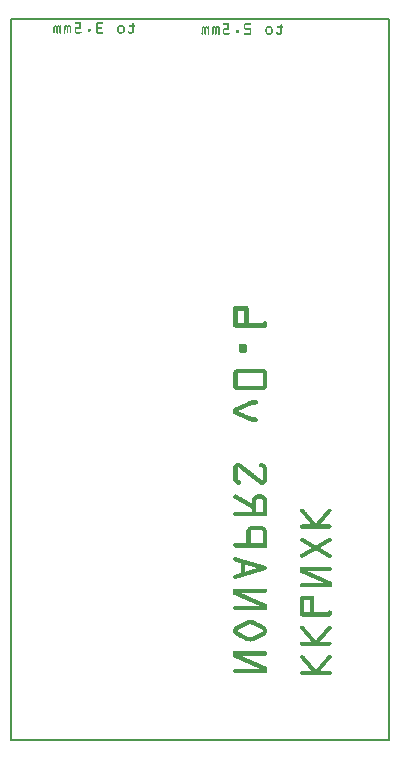
<source format=gbo>
G04 MADE WITH FRITZING*
G04 WWW.FRITZING.ORG*
G04 DOUBLE SIDED*
G04 HOLES PLATED*
G04 CONTOUR ON CENTER OF CONTOUR VECTOR*
%ASAXBY*%
%FSLAX23Y23*%
%MOIN*%
%OFA0B0*%
%SFA1.0B1.0*%
%ADD10R,1.267940X2.408830X1.251940X2.392830*%
%ADD11C,0.008000*%
%ADD12R,0.001000X0.001000*%
%LNSILK0*%
G90*
G70*
G54D11*
X4Y2405D02*
X1264Y2405D01*
X1264Y4D01*
X4Y4D01*
X4Y2405D01*
D02*
G54D12*
X219Y2395D02*
X237Y2395D01*
X291Y2395D02*
X312Y2395D01*
X218Y2394D02*
X237Y2394D01*
X290Y2394D02*
X312Y2394D01*
X218Y2393D02*
X237Y2393D01*
X289Y2393D02*
X312Y2393D01*
X411Y2393D02*
X413Y2393D01*
X219Y2392D02*
X237Y2392D01*
X289Y2392D02*
X312Y2392D01*
X410Y2392D02*
X414Y2392D01*
X714Y2392D02*
X730Y2392D01*
X787Y2392D02*
X804Y2392D01*
X220Y2391D02*
X237Y2391D01*
X289Y2391D02*
X310Y2391D01*
X410Y2391D02*
X414Y2391D01*
X712Y2391D02*
X730Y2391D01*
X785Y2391D02*
X805Y2391D01*
X233Y2390D02*
X237Y2390D01*
X289Y2390D02*
X293Y2390D01*
X410Y2390D02*
X414Y2390D01*
X712Y2390D02*
X730Y2390D01*
X784Y2390D02*
X806Y2390D01*
X233Y2389D02*
X237Y2389D01*
X289Y2389D02*
X293Y2389D01*
X410Y2389D02*
X414Y2389D01*
X712Y2389D02*
X730Y2389D01*
X783Y2389D02*
X806Y2389D01*
X904Y2389D02*
X907Y2389D01*
X233Y2388D02*
X237Y2388D01*
X289Y2388D02*
X293Y2388D01*
X410Y2388D02*
X414Y2388D01*
X712Y2388D02*
X730Y2388D01*
X783Y2388D02*
X805Y2388D01*
X904Y2388D02*
X907Y2388D01*
X233Y2387D02*
X237Y2387D01*
X289Y2387D02*
X293Y2387D01*
X410Y2387D02*
X414Y2387D01*
X726Y2387D02*
X730Y2387D01*
X783Y2387D02*
X787Y2387D01*
X903Y2387D02*
X907Y2387D01*
X233Y2386D02*
X237Y2386D01*
X289Y2386D02*
X293Y2386D01*
X410Y2386D02*
X414Y2386D01*
X726Y2386D02*
X730Y2386D01*
X783Y2386D02*
X786Y2386D01*
X903Y2386D02*
X907Y2386D01*
X152Y2385D02*
X154Y2385D01*
X161Y2385D02*
X164Y2385D01*
X168Y2385D02*
X170Y2385D01*
X187Y2385D02*
X190Y2385D01*
X196Y2385D02*
X200Y2385D01*
X204Y2385D02*
X205Y2385D01*
X233Y2385D02*
X237Y2385D01*
X289Y2385D02*
X293Y2385D01*
X366Y2385D02*
X377Y2385D01*
X399Y2385D02*
X418Y2385D01*
X726Y2385D02*
X730Y2385D01*
X783Y2385D02*
X786Y2385D01*
X903Y2385D02*
X907Y2385D01*
X150Y2384D02*
X156Y2384D01*
X159Y2384D02*
X171Y2384D01*
X185Y2384D02*
X191Y2384D01*
X194Y2384D02*
X201Y2384D01*
X203Y2384D02*
X206Y2384D01*
X233Y2384D02*
X237Y2384D01*
X289Y2384D02*
X293Y2384D01*
X365Y2384D02*
X378Y2384D01*
X398Y2384D02*
X418Y2384D01*
X726Y2384D02*
X730Y2384D01*
X783Y2384D02*
X786Y2384D01*
X903Y2384D02*
X907Y2384D01*
X149Y2383D02*
X171Y2383D01*
X184Y2383D02*
X206Y2383D01*
X233Y2383D02*
X237Y2383D01*
X289Y2383D02*
X293Y2383D01*
X363Y2383D02*
X380Y2383D01*
X398Y2383D02*
X419Y2383D01*
X726Y2383D02*
X730Y2383D01*
X783Y2383D02*
X786Y2383D01*
X903Y2383D02*
X907Y2383D01*
X148Y2382D02*
X171Y2382D01*
X184Y2382D02*
X206Y2382D01*
X233Y2382D02*
X237Y2382D01*
X289Y2382D02*
X293Y2382D01*
X362Y2382D02*
X381Y2382D01*
X398Y2382D02*
X418Y2382D01*
X726Y2382D02*
X730Y2382D01*
X783Y2382D02*
X786Y2382D01*
X903Y2382D02*
X908Y2382D01*
X148Y2381D02*
X171Y2381D01*
X183Y2381D02*
X206Y2381D01*
X233Y2381D02*
X237Y2381D01*
X289Y2381D02*
X293Y2381D01*
X361Y2381D02*
X382Y2381D01*
X399Y2381D02*
X418Y2381D01*
X645Y2381D02*
X648Y2381D01*
X654Y2381D02*
X658Y2381D01*
X662Y2381D02*
X664Y2381D01*
X680Y2381D02*
X684Y2381D01*
X689Y2381D02*
X693Y2381D01*
X697Y2381D02*
X699Y2381D01*
X726Y2381D02*
X730Y2381D01*
X783Y2381D02*
X786Y2381D01*
X860Y2381D02*
X871Y2381D01*
X892Y2381D02*
X911Y2381D01*
X148Y2380D02*
X152Y2380D01*
X154Y2380D02*
X161Y2380D01*
X164Y2380D02*
X171Y2380D01*
X183Y2380D02*
X187Y2380D01*
X190Y2380D02*
X197Y2380D01*
X199Y2380D02*
X206Y2380D01*
X233Y2380D02*
X237Y2380D01*
X289Y2380D02*
X294Y2380D01*
X361Y2380D02*
X366Y2380D01*
X377Y2380D02*
X382Y2380D01*
X410Y2380D02*
X414Y2380D01*
X643Y2380D02*
X650Y2380D01*
X652Y2380D02*
X664Y2380D01*
X679Y2380D02*
X685Y2380D01*
X688Y2380D02*
X700Y2380D01*
X726Y2380D02*
X730Y2380D01*
X783Y2380D02*
X786Y2380D01*
X858Y2380D02*
X872Y2380D01*
X892Y2380D02*
X912Y2380D01*
X147Y2379D02*
X151Y2379D01*
X155Y2379D02*
X161Y2379D01*
X165Y2379D02*
X171Y2379D01*
X183Y2379D02*
X187Y2379D01*
X191Y2379D02*
X196Y2379D01*
X201Y2379D02*
X206Y2379D01*
X222Y2379D02*
X237Y2379D01*
X289Y2379D02*
X306Y2379D01*
X360Y2379D02*
X365Y2379D01*
X378Y2379D02*
X383Y2379D01*
X410Y2379D02*
X414Y2379D01*
X642Y2379D02*
X665Y2379D01*
X678Y2379D02*
X700Y2379D01*
X726Y2379D02*
X730Y2379D01*
X783Y2379D02*
X786Y2379D01*
X857Y2379D02*
X874Y2379D01*
X891Y2379D02*
X912Y2379D01*
X147Y2378D02*
X151Y2378D01*
X156Y2378D02*
X161Y2378D01*
X166Y2378D02*
X171Y2378D01*
X183Y2378D02*
X187Y2378D01*
X192Y2378D02*
X196Y2378D01*
X202Y2378D02*
X206Y2378D01*
X220Y2378D02*
X237Y2378D01*
X290Y2378D02*
X307Y2378D01*
X360Y2378D02*
X364Y2378D01*
X379Y2378D02*
X383Y2378D01*
X410Y2378D02*
X414Y2378D01*
X642Y2378D02*
X665Y2378D01*
X677Y2378D02*
X700Y2378D01*
X726Y2378D02*
X730Y2378D01*
X783Y2378D02*
X786Y2378D01*
X856Y2378D02*
X875Y2378D01*
X892Y2378D02*
X912Y2378D01*
X147Y2377D02*
X151Y2377D01*
X157Y2377D02*
X161Y2377D01*
X167Y2377D02*
X171Y2377D01*
X183Y2377D02*
X187Y2377D01*
X192Y2377D02*
X196Y2377D01*
X202Y2377D02*
X206Y2377D01*
X219Y2377D02*
X237Y2377D01*
X291Y2377D02*
X307Y2377D01*
X360Y2377D02*
X364Y2377D01*
X379Y2377D02*
X383Y2377D01*
X410Y2377D02*
X414Y2377D01*
X641Y2377D02*
X665Y2377D01*
X677Y2377D02*
X700Y2377D01*
X726Y2377D02*
X730Y2377D01*
X783Y2377D02*
X786Y2377D01*
X855Y2377D02*
X875Y2377D01*
X893Y2377D02*
X911Y2377D01*
X147Y2376D02*
X151Y2376D01*
X157Y2376D02*
X161Y2376D01*
X167Y2376D02*
X171Y2376D01*
X183Y2376D02*
X187Y2376D01*
X192Y2376D02*
X196Y2376D01*
X202Y2376D02*
X206Y2376D01*
X218Y2376D02*
X237Y2376D01*
X290Y2376D02*
X307Y2376D01*
X360Y2376D02*
X364Y2376D01*
X379Y2376D02*
X383Y2376D01*
X410Y2376D02*
X414Y2376D01*
X641Y2376D02*
X645Y2376D01*
X648Y2376D02*
X655Y2376D01*
X658Y2376D02*
X665Y2376D01*
X677Y2376D02*
X681Y2376D01*
X683Y2376D02*
X690Y2376D01*
X693Y2376D02*
X700Y2376D01*
X726Y2376D02*
X730Y2376D01*
X783Y2376D02*
X786Y2376D01*
X854Y2376D02*
X860Y2376D01*
X870Y2376D02*
X876Y2376D01*
X903Y2376D02*
X907Y2376D01*
X147Y2375D02*
X151Y2375D01*
X157Y2375D02*
X161Y2375D01*
X167Y2375D02*
X171Y2375D01*
X183Y2375D02*
X187Y2375D01*
X192Y2375D02*
X196Y2375D01*
X202Y2375D02*
X206Y2375D01*
X218Y2375D02*
X237Y2375D01*
X290Y2375D02*
X307Y2375D01*
X360Y2375D02*
X364Y2375D01*
X379Y2375D02*
X383Y2375D01*
X410Y2375D02*
X414Y2375D01*
X641Y2375D02*
X645Y2375D01*
X649Y2375D02*
X654Y2375D01*
X659Y2375D02*
X665Y2375D01*
X677Y2375D02*
X680Y2375D01*
X685Y2375D02*
X690Y2375D01*
X694Y2375D02*
X700Y2375D01*
X715Y2375D02*
X730Y2375D01*
X783Y2375D02*
X803Y2375D01*
X854Y2375D02*
X859Y2375D01*
X872Y2375D02*
X876Y2375D01*
X903Y2375D02*
X907Y2375D01*
X147Y2374D02*
X151Y2374D01*
X157Y2374D02*
X161Y2374D01*
X167Y2374D02*
X171Y2374D01*
X183Y2374D02*
X187Y2374D01*
X192Y2374D02*
X196Y2374D01*
X202Y2374D02*
X206Y2374D01*
X218Y2374D02*
X222Y2374D01*
X289Y2374D02*
X294Y2374D01*
X360Y2374D02*
X364Y2374D01*
X379Y2374D02*
X383Y2374D01*
X410Y2374D02*
X414Y2374D01*
X641Y2374D02*
X645Y2374D01*
X650Y2374D02*
X654Y2374D01*
X660Y2374D02*
X665Y2374D01*
X676Y2374D02*
X680Y2374D01*
X686Y2374D02*
X690Y2374D01*
X695Y2374D02*
X700Y2374D01*
X713Y2374D02*
X730Y2374D01*
X783Y2374D02*
X804Y2374D01*
X854Y2374D02*
X858Y2374D01*
X873Y2374D02*
X877Y2374D01*
X903Y2374D02*
X907Y2374D01*
X147Y2373D02*
X151Y2373D01*
X157Y2373D02*
X161Y2373D01*
X167Y2373D02*
X171Y2373D01*
X183Y2373D02*
X187Y2373D01*
X192Y2373D02*
X196Y2373D01*
X202Y2373D02*
X206Y2373D01*
X218Y2373D02*
X222Y2373D01*
X289Y2373D02*
X293Y2373D01*
X360Y2373D02*
X364Y2373D01*
X379Y2373D02*
X383Y2373D01*
X410Y2373D02*
X414Y2373D01*
X641Y2373D02*
X645Y2373D01*
X650Y2373D02*
X654Y2373D01*
X661Y2373D02*
X665Y2373D01*
X676Y2373D02*
X680Y2373D01*
X686Y2373D02*
X690Y2373D01*
X696Y2373D02*
X700Y2373D01*
X712Y2373D02*
X730Y2373D01*
X783Y2373D02*
X805Y2373D01*
X853Y2373D02*
X857Y2373D01*
X873Y2373D02*
X877Y2373D01*
X903Y2373D02*
X907Y2373D01*
X147Y2372D02*
X151Y2372D01*
X157Y2372D02*
X161Y2372D01*
X167Y2372D02*
X171Y2372D01*
X183Y2372D02*
X187Y2372D01*
X192Y2372D02*
X196Y2372D01*
X202Y2372D02*
X206Y2372D01*
X218Y2372D02*
X222Y2372D01*
X261Y2372D02*
X269Y2372D01*
X289Y2372D02*
X293Y2372D01*
X360Y2372D02*
X364Y2372D01*
X379Y2372D02*
X383Y2372D01*
X410Y2372D02*
X414Y2372D01*
X641Y2372D02*
X645Y2372D01*
X650Y2372D02*
X654Y2372D01*
X661Y2372D02*
X665Y2372D01*
X676Y2372D02*
X680Y2372D01*
X686Y2372D02*
X690Y2372D01*
X696Y2372D02*
X700Y2372D01*
X712Y2372D02*
X730Y2372D01*
X784Y2372D02*
X806Y2372D01*
X853Y2372D02*
X857Y2372D01*
X873Y2372D02*
X877Y2372D01*
X903Y2372D02*
X907Y2372D01*
X147Y2371D02*
X151Y2371D01*
X157Y2371D02*
X161Y2371D01*
X167Y2371D02*
X171Y2371D01*
X183Y2371D02*
X187Y2371D01*
X192Y2371D02*
X196Y2371D01*
X202Y2371D02*
X206Y2371D01*
X218Y2371D02*
X222Y2371D01*
X261Y2371D02*
X270Y2371D01*
X289Y2371D02*
X293Y2371D01*
X360Y2371D02*
X364Y2371D01*
X379Y2371D02*
X383Y2371D01*
X410Y2371D02*
X414Y2371D01*
X641Y2371D02*
X645Y2371D01*
X650Y2371D02*
X654Y2371D01*
X661Y2371D02*
X665Y2371D01*
X676Y2371D02*
X680Y2371D01*
X686Y2371D02*
X690Y2371D01*
X696Y2371D02*
X700Y2371D01*
X712Y2371D02*
X730Y2371D01*
X785Y2371D02*
X806Y2371D01*
X853Y2371D02*
X857Y2371D01*
X873Y2371D02*
X877Y2371D01*
X903Y2371D02*
X907Y2371D01*
X147Y2370D02*
X151Y2370D01*
X157Y2370D02*
X161Y2370D01*
X167Y2370D02*
X171Y2370D01*
X183Y2370D02*
X187Y2370D01*
X192Y2370D02*
X196Y2370D01*
X202Y2370D02*
X206Y2370D01*
X218Y2370D02*
X222Y2370D01*
X261Y2370D02*
X270Y2370D01*
X289Y2370D02*
X293Y2370D01*
X360Y2370D02*
X364Y2370D01*
X379Y2370D02*
X383Y2370D01*
X410Y2370D02*
X414Y2370D01*
X641Y2370D02*
X645Y2370D01*
X650Y2370D02*
X654Y2370D01*
X661Y2370D02*
X665Y2370D01*
X676Y2370D02*
X680Y2370D01*
X686Y2370D02*
X690Y2370D01*
X696Y2370D02*
X700Y2370D01*
X712Y2370D02*
X716Y2370D01*
X802Y2370D02*
X806Y2370D01*
X853Y2370D02*
X857Y2370D01*
X873Y2370D02*
X877Y2370D01*
X903Y2370D02*
X907Y2370D01*
X147Y2369D02*
X151Y2369D01*
X157Y2369D02*
X161Y2369D01*
X167Y2369D02*
X171Y2369D01*
X183Y2369D02*
X187Y2369D01*
X192Y2369D02*
X196Y2369D01*
X202Y2369D02*
X206Y2369D01*
X218Y2369D02*
X222Y2369D01*
X261Y2369D02*
X270Y2369D01*
X289Y2369D02*
X293Y2369D01*
X360Y2369D02*
X364Y2369D01*
X379Y2369D02*
X383Y2369D01*
X410Y2369D02*
X414Y2369D01*
X641Y2369D02*
X645Y2369D01*
X650Y2369D02*
X654Y2369D01*
X661Y2369D02*
X665Y2369D01*
X676Y2369D02*
X680Y2369D01*
X686Y2369D02*
X690Y2369D01*
X696Y2369D02*
X700Y2369D01*
X712Y2369D02*
X716Y2369D01*
X756Y2369D02*
X762Y2369D01*
X802Y2369D02*
X806Y2369D01*
X853Y2369D02*
X857Y2369D01*
X873Y2369D02*
X877Y2369D01*
X903Y2369D02*
X907Y2369D01*
X147Y2368D02*
X151Y2368D01*
X157Y2368D02*
X161Y2368D01*
X167Y2368D02*
X171Y2368D01*
X183Y2368D02*
X186Y2368D01*
X192Y2368D02*
X196Y2368D01*
X202Y2368D02*
X206Y2368D01*
X218Y2368D02*
X222Y2368D01*
X261Y2368D02*
X270Y2368D01*
X289Y2368D02*
X293Y2368D01*
X360Y2368D02*
X364Y2368D01*
X379Y2368D02*
X383Y2368D01*
X410Y2368D02*
X414Y2368D01*
X641Y2368D02*
X645Y2368D01*
X650Y2368D02*
X654Y2368D01*
X661Y2368D02*
X665Y2368D01*
X676Y2368D02*
X680Y2368D01*
X686Y2368D02*
X690Y2368D01*
X696Y2368D02*
X700Y2368D01*
X712Y2368D02*
X716Y2368D01*
X755Y2368D02*
X763Y2368D01*
X802Y2368D02*
X806Y2368D01*
X853Y2368D02*
X857Y2368D01*
X873Y2368D02*
X877Y2368D01*
X903Y2368D02*
X907Y2368D01*
X147Y2367D02*
X151Y2367D01*
X157Y2367D02*
X161Y2367D01*
X167Y2367D02*
X171Y2367D01*
X182Y2367D02*
X186Y2367D01*
X192Y2367D02*
X196Y2367D01*
X202Y2367D02*
X206Y2367D01*
X218Y2367D02*
X222Y2367D01*
X261Y2367D02*
X270Y2367D01*
X289Y2367D02*
X293Y2367D01*
X360Y2367D02*
X364Y2367D01*
X379Y2367D02*
X383Y2367D01*
X410Y2367D02*
X414Y2367D01*
X641Y2367D02*
X645Y2367D01*
X650Y2367D02*
X654Y2367D01*
X661Y2367D02*
X665Y2367D01*
X676Y2367D02*
X680Y2367D01*
X686Y2367D02*
X690Y2367D01*
X696Y2367D02*
X700Y2367D01*
X712Y2367D02*
X716Y2367D01*
X754Y2367D02*
X763Y2367D01*
X802Y2367D02*
X806Y2367D01*
X853Y2367D02*
X857Y2367D01*
X873Y2367D02*
X877Y2367D01*
X903Y2367D02*
X907Y2367D01*
X147Y2366D02*
X151Y2366D01*
X157Y2366D02*
X161Y2366D01*
X167Y2366D02*
X171Y2366D01*
X182Y2366D02*
X186Y2366D01*
X192Y2366D02*
X196Y2366D01*
X202Y2366D02*
X206Y2366D01*
X218Y2366D02*
X222Y2366D01*
X261Y2366D02*
X270Y2366D01*
X289Y2366D02*
X293Y2366D01*
X360Y2366D02*
X364Y2366D01*
X379Y2366D02*
X383Y2366D01*
X396Y2366D02*
X398Y2366D01*
X410Y2366D02*
X414Y2366D01*
X641Y2366D02*
X645Y2366D01*
X650Y2366D02*
X654Y2366D01*
X661Y2366D02*
X665Y2366D01*
X676Y2366D02*
X680Y2366D01*
X686Y2366D02*
X690Y2366D01*
X696Y2366D02*
X700Y2366D01*
X712Y2366D02*
X716Y2366D01*
X754Y2366D02*
X763Y2366D01*
X802Y2366D02*
X806Y2366D01*
X853Y2366D02*
X857Y2366D01*
X873Y2366D02*
X877Y2366D01*
X903Y2366D02*
X907Y2366D01*
X147Y2365D02*
X151Y2365D01*
X157Y2365D02*
X161Y2365D01*
X167Y2365D02*
X171Y2365D01*
X182Y2365D02*
X186Y2365D01*
X192Y2365D02*
X196Y2365D01*
X202Y2365D02*
X206Y2365D01*
X218Y2365D02*
X222Y2365D01*
X261Y2365D02*
X269Y2365D01*
X289Y2365D02*
X293Y2365D01*
X360Y2365D02*
X364Y2365D01*
X379Y2365D02*
X383Y2365D01*
X395Y2365D02*
X399Y2365D01*
X410Y2365D02*
X414Y2365D01*
X641Y2365D02*
X645Y2365D01*
X650Y2365D02*
X654Y2365D01*
X661Y2365D02*
X665Y2365D01*
X676Y2365D02*
X680Y2365D01*
X686Y2365D02*
X690Y2365D01*
X696Y2365D02*
X700Y2365D01*
X712Y2365D02*
X716Y2365D01*
X754Y2365D02*
X763Y2365D01*
X802Y2365D02*
X806Y2365D01*
X853Y2365D02*
X857Y2365D01*
X873Y2365D02*
X877Y2365D01*
X903Y2365D02*
X907Y2365D01*
X147Y2364D02*
X151Y2364D01*
X157Y2364D02*
X161Y2364D01*
X167Y2364D02*
X171Y2364D01*
X182Y2364D02*
X186Y2364D01*
X192Y2364D02*
X196Y2364D01*
X202Y2364D02*
X206Y2364D01*
X218Y2364D02*
X222Y2364D01*
X238Y2364D02*
X241Y2364D01*
X263Y2364D02*
X268Y2364D01*
X289Y2364D02*
X293Y2364D01*
X360Y2364D02*
X365Y2364D01*
X378Y2364D02*
X383Y2364D01*
X395Y2364D02*
X400Y2364D01*
X410Y2364D02*
X414Y2364D01*
X641Y2364D02*
X645Y2364D01*
X650Y2364D02*
X654Y2364D01*
X661Y2364D02*
X665Y2364D01*
X676Y2364D02*
X680Y2364D01*
X686Y2364D02*
X690Y2364D01*
X696Y2364D02*
X700Y2364D01*
X712Y2364D02*
X716Y2364D01*
X754Y2364D02*
X763Y2364D01*
X802Y2364D02*
X806Y2364D01*
X853Y2364D02*
X857Y2364D01*
X873Y2364D02*
X877Y2364D01*
X903Y2364D02*
X907Y2364D01*
X147Y2363D02*
X151Y2363D01*
X157Y2363D02*
X161Y2363D01*
X167Y2363D02*
X171Y2363D01*
X182Y2363D02*
X186Y2363D01*
X192Y2363D02*
X196Y2363D01*
X202Y2363D02*
X206Y2363D01*
X218Y2363D02*
X222Y2363D01*
X236Y2363D02*
X241Y2363D01*
X289Y2363D02*
X293Y2363D01*
X361Y2363D02*
X367Y2363D01*
X376Y2363D02*
X382Y2363D01*
X396Y2363D02*
X400Y2363D01*
X409Y2363D02*
X414Y2363D01*
X641Y2363D02*
X645Y2363D01*
X650Y2363D02*
X654Y2363D01*
X661Y2363D02*
X665Y2363D01*
X676Y2363D02*
X680Y2363D01*
X686Y2363D02*
X690Y2363D01*
X696Y2363D02*
X700Y2363D01*
X712Y2363D02*
X716Y2363D01*
X754Y2363D02*
X763Y2363D01*
X802Y2363D02*
X806Y2363D01*
X853Y2363D02*
X857Y2363D01*
X873Y2363D02*
X877Y2363D01*
X903Y2363D02*
X907Y2363D01*
X147Y2362D02*
X151Y2362D01*
X157Y2362D02*
X161Y2362D01*
X167Y2362D02*
X171Y2362D01*
X182Y2362D02*
X186Y2362D01*
X192Y2362D02*
X196Y2362D01*
X202Y2362D02*
X206Y2362D01*
X218Y2362D02*
X241Y2362D01*
X289Y2362D02*
X311Y2362D01*
X361Y2362D02*
X382Y2362D01*
X396Y2362D02*
X413Y2362D01*
X641Y2362D02*
X645Y2362D01*
X650Y2362D02*
X654Y2362D01*
X661Y2362D02*
X665Y2362D01*
X676Y2362D02*
X680Y2362D01*
X686Y2362D02*
X690Y2362D01*
X696Y2362D02*
X700Y2362D01*
X712Y2362D02*
X716Y2362D01*
X754Y2362D02*
X763Y2362D01*
X802Y2362D02*
X806Y2362D01*
X853Y2362D02*
X858Y2362D01*
X873Y2362D02*
X877Y2362D01*
X890Y2362D02*
X892Y2362D01*
X903Y2362D02*
X907Y2362D01*
X147Y2361D02*
X151Y2361D01*
X157Y2361D02*
X161Y2361D01*
X167Y2361D02*
X171Y2361D01*
X182Y2361D02*
X186Y2361D01*
X192Y2361D02*
X196Y2361D01*
X202Y2361D02*
X206Y2361D01*
X218Y2361D02*
X241Y2361D01*
X289Y2361D02*
X312Y2361D01*
X362Y2361D02*
X381Y2361D01*
X397Y2361D02*
X413Y2361D01*
X641Y2361D02*
X644Y2361D01*
X650Y2361D02*
X654Y2361D01*
X661Y2361D02*
X665Y2361D01*
X676Y2361D02*
X680Y2361D01*
X686Y2361D02*
X690Y2361D01*
X696Y2361D02*
X700Y2361D01*
X712Y2361D02*
X716Y2361D01*
X755Y2361D02*
X763Y2361D01*
X802Y2361D02*
X806Y2361D01*
X854Y2361D02*
X858Y2361D01*
X872Y2361D02*
X877Y2361D01*
X889Y2361D02*
X893Y2361D01*
X903Y2361D02*
X907Y2361D01*
X147Y2360D02*
X151Y2360D01*
X157Y2360D02*
X161Y2360D01*
X167Y2360D02*
X171Y2360D01*
X182Y2360D02*
X186Y2360D01*
X192Y2360D02*
X196Y2360D01*
X202Y2360D02*
X206Y2360D01*
X219Y2360D02*
X240Y2360D01*
X290Y2360D02*
X312Y2360D01*
X364Y2360D02*
X380Y2360D01*
X397Y2360D02*
X412Y2360D01*
X641Y2360D02*
X644Y2360D01*
X650Y2360D02*
X654Y2360D01*
X661Y2360D02*
X665Y2360D01*
X676Y2360D02*
X680Y2360D01*
X686Y2360D02*
X690Y2360D01*
X696Y2360D02*
X700Y2360D01*
X712Y2360D02*
X716Y2360D01*
X731Y2360D02*
X734Y2360D01*
X802Y2360D02*
X806Y2360D01*
X854Y2360D02*
X859Y2360D01*
X871Y2360D02*
X876Y2360D01*
X889Y2360D02*
X893Y2360D01*
X903Y2360D02*
X907Y2360D01*
X147Y2359D02*
X150Y2359D01*
X157Y2359D02*
X161Y2359D01*
X167Y2359D02*
X171Y2359D01*
X183Y2359D02*
X186Y2359D01*
X193Y2359D02*
X196Y2359D01*
X203Y2359D02*
X206Y2359D01*
X220Y2359D02*
X238Y2359D01*
X291Y2359D02*
X312Y2359D01*
X365Y2359D02*
X378Y2359D01*
X399Y2359D02*
X411Y2359D01*
X640Y2359D02*
X644Y2359D01*
X650Y2359D02*
X654Y2359D01*
X661Y2359D02*
X665Y2359D01*
X676Y2359D02*
X680Y2359D01*
X686Y2359D02*
X690Y2359D01*
X696Y2359D02*
X700Y2359D01*
X712Y2359D02*
X716Y2359D01*
X729Y2359D02*
X735Y2359D01*
X802Y2359D02*
X806Y2359D01*
X854Y2359D02*
X861Y2359D01*
X870Y2359D02*
X876Y2359D01*
X889Y2359D02*
X894Y2359D01*
X902Y2359D02*
X907Y2359D01*
X148Y2358D02*
X149Y2358D01*
X158Y2358D02*
X160Y2358D01*
X168Y2358D02*
X170Y2358D01*
X183Y2358D02*
X185Y2358D01*
X194Y2358D02*
X195Y2358D01*
X204Y2358D02*
X205Y2358D01*
X221Y2358D02*
X236Y2358D01*
X292Y2358D02*
X311Y2358D01*
X367Y2358D02*
X376Y2358D01*
X400Y2358D02*
X409Y2358D01*
X640Y2358D02*
X644Y2358D01*
X650Y2358D02*
X654Y2358D01*
X661Y2358D02*
X665Y2358D01*
X676Y2358D02*
X680Y2358D01*
X686Y2358D02*
X690Y2358D01*
X696Y2358D02*
X700Y2358D01*
X712Y2358D02*
X735Y2358D01*
X783Y2358D02*
X806Y2358D01*
X855Y2358D02*
X875Y2358D01*
X890Y2358D02*
X907Y2358D01*
X640Y2357D02*
X644Y2357D01*
X650Y2357D02*
X654Y2357D01*
X661Y2357D02*
X665Y2357D01*
X676Y2357D02*
X680Y2357D01*
X686Y2357D02*
X690Y2357D01*
X696Y2357D02*
X700Y2357D01*
X712Y2357D02*
X735Y2357D01*
X783Y2357D02*
X806Y2357D01*
X856Y2357D02*
X874Y2357D01*
X890Y2357D02*
X906Y2357D01*
X640Y2356D02*
X644Y2356D01*
X651Y2356D02*
X654Y2356D01*
X661Y2356D02*
X664Y2356D01*
X676Y2356D02*
X680Y2356D01*
X686Y2356D02*
X690Y2356D01*
X696Y2356D02*
X700Y2356D01*
X713Y2356D02*
X733Y2356D01*
X783Y2356D02*
X806Y2356D01*
X857Y2356D02*
X873Y2356D01*
X891Y2356D02*
X905Y2356D01*
X641Y2355D02*
X644Y2355D01*
X651Y2355D02*
X654Y2355D01*
X661Y2355D02*
X664Y2355D01*
X676Y2355D02*
X679Y2355D01*
X686Y2355D02*
X689Y2355D01*
X696Y2355D02*
X700Y2355D01*
X714Y2355D02*
X731Y2355D01*
X783Y2355D02*
X806Y2355D01*
X859Y2355D02*
X872Y2355D01*
X893Y2355D02*
X904Y2355D01*
X642Y2354D02*
X643Y2354D01*
X652Y2354D02*
X653Y2354D01*
X662Y2354D02*
X663Y2354D01*
X677Y2354D02*
X678Y2354D01*
X688Y2354D02*
X688Y2354D01*
X698Y2354D02*
X698Y2354D01*
X716Y2354D02*
X728Y2354D01*
X784Y2354D02*
X806Y2354D01*
X861Y2354D02*
X869Y2354D01*
X895Y2354D02*
X902Y2354D01*
X752Y1449D02*
X792Y1449D01*
X750Y1448D02*
X794Y1448D01*
X748Y1447D02*
X795Y1447D01*
X748Y1446D02*
X796Y1446D01*
X747Y1445D02*
X796Y1445D01*
X747Y1444D02*
X797Y1444D01*
X747Y1443D02*
X797Y1443D01*
X746Y1442D02*
X797Y1442D01*
X746Y1441D02*
X797Y1441D01*
X746Y1440D02*
X797Y1440D01*
X746Y1439D02*
X797Y1439D01*
X746Y1438D02*
X797Y1438D01*
X746Y1437D02*
X797Y1437D01*
X746Y1436D02*
X797Y1436D01*
X746Y1435D02*
X797Y1435D01*
X746Y1434D02*
X760Y1434D01*
X783Y1434D02*
X797Y1434D01*
X746Y1433D02*
X760Y1433D01*
X783Y1433D02*
X797Y1433D01*
X746Y1432D02*
X760Y1432D01*
X783Y1432D02*
X797Y1432D01*
X746Y1431D02*
X760Y1431D01*
X783Y1431D02*
X797Y1431D01*
X746Y1430D02*
X760Y1430D01*
X783Y1430D02*
X797Y1430D01*
X746Y1429D02*
X760Y1429D01*
X783Y1429D02*
X797Y1429D01*
X746Y1428D02*
X760Y1428D01*
X783Y1428D02*
X797Y1428D01*
X746Y1427D02*
X760Y1427D01*
X783Y1427D02*
X797Y1427D01*
X746Y1426D02*
X760Y1426D01*
X783Y1426D02*
X797Y1426D01*
X746Y1425D02*
X760Y1425D01*
X783Y1425D02*
X797Y1425D01*
X746Y1424D02*
X760Y1424D01*
X783Y1424D02*
X797Y1424D01*
X746Y1423D02*
X760Y1423D01*
X783Y1423D02*
X797Y1423D01*
X746Y1422D02*
X760Y1422D01*
X783Y1422D02*
X797Y1422D01*
X746Y1421D02*
X760Y1421D01*
X783Y1421D02*
X797Y1421D01*
X746Y1420D02*
X760Y1420D01*
X783Y1420D02*
X797Y1420D01*
X746Y1419D02*
X760Y1419D01*
X783Y1419D02*
X797Y1419D01*
X746Y1418D02*
X760Y1418D01*
X783Y1418D02*
X797Y1418D01*
X746Y1417D02*
X760Y1417D01*
X783Y1417D02*
X797Y1417D01*
X746Y1416D02*
X760Y1416D01*
X783Y1416D02*
X797Y1416D01*
X746Y1415D02*
X760Y1415D01*
X783Y1415D02*
X797Y1415D01*
X746Y1414D02*
X760Y1414D01*
X783Y1414D02*
X797Y1414D01*
X746Y1413D02*
X760Y1413D01*
X783Y1413D02*
X797Y1413D01*
X746Y1412D02*
X760Y1412D01*
X783Y1412D02*
X797Y1412D01*
X746Y1411D02*
X760Y1411D01*
X783Y1411D02*
X797Y1411D01*
X746Y1410D02*
X760Y1410D01*
X783Y1410D02*
X797Y1410D01*
X746Y1409D02*
X760Y1409D01*
X783Y1409D02*
X797Y1409D01*
X746Y1408D02*
X760Y1408D01*
X783Y1408D02*
X797Y1408D01*
X746Y1407D02*
X760Y1407D01*
X783Y1407D02*
X797Y1407D01*
X746Y1406D02*
X760Y1406D01*
X783Y1406D02*
X797Y1406D01*
X746Y1405D02*
X760Y1405D01*
X783Y1405D02*
X797Y1405D01*
X746Y1404D02*
X760Y1404D01*
X783Y1404D02*
X797Y1404D01*
X746Y1403D02*
X760Y1403D01*
X783Y1403D02*
X797Y1403D01*
X746Y1402D02*
X760Y1402D01*
X783Y1402D02*
X797Y1402D01*
X746Y1401D02*
X760Y1401D01*
X783Y1401D02*
X797Y1401D01*
X746Y1400D02*
X760Y1400D01*
X783Y1400D02*
X797Y1400D01*
X746Y1399D02*
X760Y1399D01*
X783Y1399D02*
X797Y1399D01*
X746Y1398D02*
X760Y1398D01*
X783Y1398D02*
X797Y1398D01*
X848Y1398D02*
X855Y1398D01*
X746Y1397D02*
X760Y1397D01*
X783Y1397D02*
X797Y1397D01*
X847Y1397D02*
X856Y1397D01*
X746Y1396D02*
X760Y1396D01*
X783Y1396D02*
X797Y1396D01*
X846Y1396D02*
X857Y1396D01*
X746Y1395D02*
X760Y1395D01*
X783Y1395D02*
X797Y1395D01*
X845Y1395D02*
X857Y1395D01*
X746Y1394D02*
X760Y1394D01*
X783Y1394D02*
X797Y1394D01*
X845Y1394D02*
X858Y1394D01*
X746Y1393D02*
X760Y1393D01*
X783Y1393D02*
X797Y1393D01*
X845Y1393D02*
X858Y1393D01*
X746Y1392D02*
X760Y1392D01*
X783Y1392D02*
X797Y1392D01*
X845Y1392D02*
X858Y1392D01*
X746Y1391D02*
X858Y1391D01*
X746Y1390D02*
X858Y1390D01*
X746Y1389D02*
X858Y1389D01*
X746Y1388D02*
X858Y1388D01*
X746Y1387D02*
X858Y1387D01*
X746Y1386D02*
X858Y1386D01*
X746Y1385D02*
X858Y1385D01*
X746Y1384D02*
X858Y1384D01*
X747Y1383D02*
X858Y1383D01*
X747Y1382D02*
X858Y1382D01*
X747Y1381D02*
X857Y1381D01*
X748Y1380D02*
X857Y1380D01*
X749Y1379D02*
X856Y1379D01*
X751Y1378D02*
X854Y1378D01*
X771Y1323D02*
X785Y1323D01*
X768Y1322D02*
X787Y1322D01*
X767Y1321D02*
X789Y1321D01*
X766Y1320D02*
X789Y1320D01*
X766Y1319D02*
X790Y1319D01*
X765Y1318D02*
X790Y1318D01*
X765Y1317D02*
X791Y1317D01*
X765Y1316D02*
X791Y1316D01*
X765Y1315D02*
X791Y1315D01*
X765Y1314D02*
X791Y1314D01*
X765Y1313D02*
X791Y1313D01*
X765Y1312D02*
X791Y1312D01*
X765Y1311D02*
X791Y1311D01*
X765Y1310D02*
X791Y1310D01*
X765Y1309D02*
X791Y1309D01*
X765Y1308D02*
X791Y1308D01*
X765Y1307D02*
X791Y1307D01*
X765Y1306D02*
X791Y1306D01*
X765Y1305D02*
X791Y1305D01*
X765Y1304D02*
X791Y1304D01*
X765Y1303D02*
X791Y1303D01*
X765Y1302D02*
X791Y1302D01*
X765Y1301D02*
X791Y1301D01*
X765Y1300D02*
X791Y1300D01*
X765Y1299D02*
X790Y1299D01*
X766Y1298D02*
X790Y1298D01*
X766Y1297D02*
X789Y1297D01*
X767Y1296D02*
X788Y1296D01*
X769Y1295D02*
X787Y1295D01*
X760Y1240D02*
X845Y1240D01*
X756Y1239D02*
X849Y1239D01*
X754Y1238D02*
X851Y1238D01*
X752Y1237D02*
X852Y1237D01*
X751Y1236D02*
X854Y1236D01*
X750Y1235D02*
X855Y1235D01*
X749Y1234D02*
X855Y1234D01*
X749Y1233D02*
X856Y1233D01*
X748Y1232D02*
X857Y1232D01*
X748Y1231D02*
X857Y1231D01*
X747Y1230D02*
X857Y1230D01*
X747Y1229D02*
X858Y1229D01*
X747Y1228D02*
X858Y1228D01*
X747Y1227D02*
X858Y1227D01*
X746Y1226D02*
X858Y1226D01*
X746Y1225D02*
X760Y1225D01*
X845Y1225D02*
X858Y1225D01*
X746Y1224D02*
X760Y1224D01*
X845Y1224D02*
X858Y1224D01*
X746Y1223D02*
X760Y1223D01*
X845Y1223D02*
X858Y1223D01*
X746Y1222D02*
X760Y1222D01*
X845Y1222D02*
X858Y1222D01*
X746Y1221D02*
X760Y1221D01*
X845Y1221D02*
X858Y1221D01*
X746Y1220D02*
X760Y1220D01*
X845Y1220D02*
X858Y1220D01*
X746Y1219D02*
X760Y1219D01*
X845Y1219D02*
X858Y1219D01*
X746Y1218D02*
X760Y1218D01*
X845Y1218D02*
X858Y1218D01*
X746Y1217D02*
X760Y1217D01*
X845Y1217D02*
X858Y1217D01*
X746Y1216D02*
X760Y1216D01*
X845Y1216D02*
X858Y1216D01*
X746Y1215D02*
X760Y1215D01*
X845Y1215D02*
X858Y1215D01*
X746Y1214D02*
X760Y1214D01*
X845Y1214D02*
X858Y1214D01*
X746Y1213D02*
X760Y1213D01*
X845Y1213D02*
X858Y1213D01*
X746Y1212D02*
X760Y1212D01*
X845Y1212D02*
X858Y1212D01*
X746Y1211D02*
X760Y1211D01*
X845Y1211D02*
X858Y1211D01*
X746Y1210D02*
X760Y1210D01*
X845Y1210D02*
X858Y1210D01*
X746Y1209D02*
X760Y1209D01*
X845Y1209D02*
X858Y1209D01*
X746Y1208D02*
X760Y1208D01*
X845Y1208D02*
X858Y1208D01*
X746Y1207D02*
X760Y1207D01*
X845Y1207D02*
X858Y1207D01*
X746Y1206D02*
X760Y1206D01*
X845Y1206D02*
X858Y1206D01*
X746Y1205D02*
X760Y1205D01*
X845Y1205D02*
X858Y1205D01*
X746Y1204D02*
X760Y1204D01*
X845Y1204D02*
X858Y1204D01*
X746Y1203D02*
X760Y1203D01*
X845Y1203D02*
X858Y1203D01*
X746Y1202D02*
X760Y1202D01*
X845Y1202D02*
X858Y1202D01*
X746Y1201D02*
X760Y1201D01*
X845Y1201D02*
X858Y1201D01*
X746Y1200D02*
X760Y1200D01*
X845Y1200D02*
X858Y1200D01*
X746Y1199D02*
X760Y1199D01*
X845Y1199D02*
X858Y1199D01*
X746Y1198D02*
X760Y1198D01*
X845Y1198D02*
X858Y1198D01*
X746Y1197D02*
X760Y1197D01*
X845Y1197D02*
X858Y1197D01*
X746Y1196D02*
X760Y1196D01*
X845Y1196D02*
X858Y1196D01*
X746Y1195D02*
X760Y1195D01*
X845Y1195D02*
X858Y1195D01*
X746Y1194D02*
X760Y1194D01*
X845Y1194D02*
X858Y1194D01*
X746Y1193D02*
X760Y1193D01*
X845Y1193D02*
X858Y1193D01*
X746Y1192D02*
X760Y1192D01*
X845Y1192D02*
X858Y1192D01*
X746Y1191D02*
X760Y1191D01*
X845Y1191D02*
X858Y1191D01*
X746Y1190D02*
X760Y1190D01*
X845Y1190D02*
X858Y1190D01*
X746Y1189D02*
X760Y1189D01*
X845Y1189D02*
X858Y1189D01*
X746Y1188D02*
X760Y1188D01*
X845Y1188D02*
X858Y1188D01*
X746Y1187D02*
X760Y1187D01*
X845Y1187D02*
X858Y1187D01*
X746Y1186D02*
X760Y1186D01*
X845Y1186D02*
X858Y1186D01*
X746Y1185D02*
X760Y1185D01*
X845Y1185D02*
X858Y1185D01*
X746Y1184D02*
X760Y1184D01*
X845Y1184D02*
X858Y1184D01*
X746Y1183D02*
X760Y1183D01*
X845Y1183D02*
X858Y1183D01*
X746Y1182D02*
X858Y1182D01*
X747Y1181D02*
X858Y1181D01*
X747Y1180D02*
X858Y1180D01*
X747Y1179D02*
X858Y1179D01*
X747Y1178D02*
X857Y1178D01*
X748Y1177D02*
X857Y1177D01*
X748Y1176D02*
X857Y1176D01*
X749Y1175D02*
X856Y1175D01*
X749Y1174D02*
X855Y1174D01*
X750Y1173D02*
X854Y1173D01*
X751Y1172D02*
X854Y1172D01*
X752Y1171D02*
X852Y1171D01*
X754Y1170D02*
X851Y1170D01*
X756Y1169D02*
X849Y1169D01*
X807Y1135D02*
X823Y1135D01*
X804Y1134D02*
X825Y1134D01*
X802Y1133D02*
X826Y1133D01*
X800Y1132D02*
X826Y1132D01*
X797Y1131D02*
X827Y1131D01*
X795Y1130D02*
X827Y1130D01*
X793Y1129D02*
X828Y1129D01*
X791Y1128D02*
X828Y1128D01*
X788Y1127D02*
X828Y1127D01*
X786Y1126D02*
X827Y1126D01*
X784Y1125D02*
X827Y1125D01*
X781Y1124D02*
X826Y1124D01*
X779Y1123D02*
X825Y1123D01*
X777Y1122D02*
X824Y1122D01*
X775Y1121D02*
X822Y1121D01*
X772Y1120D02*
X808Y1120D01*
X770Y1119D02*
X805Y1119D01*
X768Y1118D02*
X803Y1118D01*
X765Y1117D02*
X801Y1117D01*
X763Y1116D02*
X799Y1116D01*
X761Y1115D02*
X796Y1115D01*
X759Y1114D02*
X794Y1114D01*
X756Y1113D02*
X792Y1113D01*
X754Y1112D02*
X789Y1112D01*
X752Y1111D02*
X787Y1111D01*
X750Y1110D02*
X785Y1110D01*
X748Y1109D02*
X783Y1109D01*
X748Y1108D02*
X780Y1108D01*
X747Y1107D02*
X778Y1107D01*
X747Y1106D02*
X776Y1106D01*
X747Y1105D02*
X774Y1105D01*
X746Y1104D02*
X771Y1104D01*
X746Y1103D02*
X769Y1103D01*
X746Y1102D02*
X767Y1102D01*
X746Y1101D02*
X764Y1101D01*
X746Y1100D02*
X762Y1100D01*
X746Y1099D02*
X761Y1099D01*
X746Y1098D02*
X763Y1098D01*
X746Y1097D02*
X766Y1097D01*
X746Y1096D02*
X768Y1096D01*
X746Y1095D02*
X770Y1095D01*
X747Y1094D02*
X773Y1094D01*
X747Y1093D02*
X775Y1093D01*
X747Y1092D02*
X777Y1092D01*
X747Y1091D02*
X780Y1091D01*
X748Y1090D02*
X782Y1090D01*
X749Y1089D02*
X784Y1089D01*
X751Y1088D02*
X786Y1088D01*
X753Y1087D02*
X789Y1087D01*
X756Y1086D02*
X791Y1086D01*
X758Y1085D02*
X793Y1085D01*
X760Y1084D02*
X796Y1084D01*
X762Y1083D02*
X798Y1083D01*
X765Y1082D02*
X800Y1082D01*
X767Y1081D02*
X803Y1081D01*
X769Y1080D02*
X805Y1080D01*
X772Y1079D02*
X807Y1079D01*
X774Y1078D02*
X820Y1078D01*
X776Y1077D02*
X824Y1077D01*
X779Y1076D02*
X825Y1076D01*
X781Y1075D02*
X826Y1075D01*
X783Y1074D02*
X827Y1074D01*
X785Y1073D02*
X827Y1073D01*
X788Y1072D02*
X827Y1072D01*
X790Y1071D02*
X828Y1071D01*
X792Y1070D02*
X828Y1070D01*
X795Y1069D02*
X827Y1069D01*
X797Y1068D02*
X827Y1068D01*
X799Y1067D02*
X827Y1067D01*
X801Y1066D02*
X826Y1066D01*
X804Y1065D02*
X825Y1065D01*
X806Y1064D02*
X823Y1064D01*
X761Y926D02*
X764Y926D01*
X838Y926D02*
X841Y926D01*
X757Y925D02*
X768Y925D01*
X836Y925D02*
X845Y925D01*
X755Y924D02*
X770Y924D01*
X835Y924D02*
X847Y924D01*
X754Y923D02*
X771Y923D01*
X834Y923D02*
X849Y923D01*
X752Y922D02*
X773Y922D01*
X833Y922D02*
X851Y922D01*
X751Y921D02*
X774Y921D01*
X833Y921D02*
X852Y921D01*
X750Y920D02*
X775Y920D01*
X832Y920D02*
X853Y920D01*
X749Y919D02*
X777Y919D01*
X832Y919D02*
X854Y919D01*
X749Y918D02*
X778Y918D01*
X832Y918D02*
X854Y918D01*
X748Y917D02*
X779Y917D01*
X833Y917D02*
X855Y917D01*
X748Y916D02*
X780Y916D01*
X833Y916D02*
X856Y916D01*
X747Y915D02*
X782Y915D01*
X833Y915D02*
X856Y915D01*
X747Y914D02*
X783Y914D01*
X834Y914D02*
X857Y914D01*
X747Y913D02*
X784Y913D01*
X835Y913D02*
X857Y913D01*
X747Y912D02*
X786Y912D01*
X837Y912D02*
X857Y912D01*
X747Y911D02*
X761Y911D01*
X764Y911D02*
X787Y911D01*
X842Y911D02*
X858Y911D01*
X746Y910D02*
X760Y910D01*
X765Y910D02*
X788Y910D01*
X843Y910D02*
X858Y910D01*
X746Y909D02*
X760Y909D01*
X766Y909D02*
X789Y909D01*
X844Y909D02*
X858Y909D01*
X746Y908D02*
X760Y908D01*
X768Y908D02*
X791Y908D01*
X844Y908D02*
X858Y908D01*
X746Y907D02*
X760Y907D01*
X769Y907D02*
X792Y907D01*
X845Y907D02*
X858Y907D01*
X746Y906D02*
X760Y906D01*
X770Y906D02*
X793Y906D01*
X845Y906D02*
X858Y906D01*
X746Y905D02*
X760Y905D01*
X771Y905D02*
X795Y905D01*
X845Y905D02*
X858Y905D01*
X746Y904D02*
X760Y904D01*
X773Y904D02*
X796Y904D01*
X845Y904D02*
X858Y904D01*
X746Y903D02*
X760Y903D01*
X774Y903D02*
X797Y903D01*
X845Y903D02*
X858Y903D01*
X746Y902D02*
X760Y902D01*
X775Y902D02*
X798Y902D01*
X845Y902D02*
X858Y902D01*
X746Y901D02*
X760Y901D01*
X777Y901D02*
X800Y901D01*
X845Y901D02*
X858Y901D01*
X746Y900D02*
X760Y900D01*
X778Y900D02*
X801Y900D01*
X845Y900D02*
X858Y900D01*
X746Y899D02*
X760Y899D01*
X779Y899D02*
X802Y899D01*
X845Y899D02*
X858Y899D01*
X746Y898D02*
X760Y898D01*
X780Y898D02*
X804Y898D01*
X845Y898D02*
X858Y898D01*
X746Y897D02*
X760Y897D01*
X782Y897D02*
X805Y897D01*
X845Y897D02*
X858Y897D01*
X746Y896D02*
X760Y896D01*
X783Y896D02*
X806Y896D01*
X845Y896D02*
X858Y896D01*
X746Y895D02*
X760Y895D01*
X784Y895D02*
X807Y895D01*
X845Y895D02*
X858Y895D01*
X746Y894D02*
X760Y894D01*
X786Y894D02*
X809Y894D01*
X845Y894D02*
X858Y894D01*
X746Y893D02*
X760Y893D01*
X787Y893D02*
X810Y893D01*
X845Y893D02*
X858Y893D01*
X746Y892D02*
X760Y892D01*
X788Y892D02*
X811Y892D01*
X845Y892D02*
X858Y892D01*
X746Y891D02*
X760Y891D01*
X789Y891D02*
X813Y891D01*
X845Y891D02*
X858Y891D01*
X746Y890D02*
X760Y890D01*
X791Y890D02*
X814Y890D01*
X845Y890D02*
X858Y890D01*
X746Y889D02*
X760Y889D01*
X792Y889D02*
X815Y889D01*
X845Y889D02*
X858Y889D01*
X746Y888D02*
X760Y888D01*
X793Y888D02*
X816Y888D01*
X845Y888D02*
X858Y888D01*
X746Y887D02*
X760Y887D01*
X795Y887D02*
X818Y887D01*
X845Y887D02*
X858Y887D01*
X746Y886D02*
X760Y886D01*
X796Y886D02*
X819Y886D01*
X845Y886D02*
X858Y886D01*
X746Y885D02*
X760Y885D01*
X797Y885D02*
X820Y885D01*
X845Y885D02*
X858Y885D01*
X746Y884D02*
X760Y884D01*
X798Y884D02*
X822Y884D01*
X845Y884D02*
X858Y884D01*
X746Y883D02*
X760Y883D01*
X800Y883D02*
X823Y883D01*
X845Y883D02*
X858Y883D01*
X746Y882D02*
X760Y882D01*
X801Y882D02*
X824Y882D01*
X845Y882D02*
X858Y882D01*
X746Y881D02*
X760Y881D01*
X802Y881D02*
X825Y881D01*
X845Y881D02*
X858Y881D01*
X746Y880D02*
X760Y880D01*
X804Y880D02*
X827Y880D01*
X845Y880D02*
X858Y880D01*
X746Y879D02*
X760Y879D01*
X805Y879D02*
X828Y879D01*
X845Y879D02*
X858Y879D01*
X746Y878D02*
X760Y878D01*
X806Y878D02*
X829Y878D01*
X845Y878D02*
X858Y878D01*
X746Y877D02*
X760Y877D01*
X807Y877D02*
X831Y877D01*
X845Y877D02*
X858Y877D01*
X746Y876D02*
X760Y876D01*
X809Y876D02*
X832Y876D01*
X845Y876D02*
X858Y876D01*
X746Y875D02*
X760Y875D01*
X810Y875D02*
X833Y875D01*
X845Y875D02*
X858Y875D01*
X746Y874D02*
X760Y874D01*
X811Y874D02*
X834Y874D01*
X845Y874D02*
X858Y874D01*
X746Y873D02*
X760Y873D01*
X813Y873D02*
X836Y873D01*
X845Y873D02*
X858Y873D01*
X747Y872D02*
X760Y872D01*
X814Y872D02*
X837Y872D01*
X845Y872D02*
X858Y872D01*
X747Y871D02*
X761Y871D01*
X815Y871D02*
X838Y871D01*
X845Y871D02*
X858Y871D01*
X747Y870D02*
X762Y870D01*
X816Y870D02*
X840Y870D01*
X845Y870D02*
X858Y870D01*
X747Y869D02*
X764Y869D01*
X818Y869D02*
X841Y869D01*
X844Y869D02*
X858Y869D01*
X747Y868D02*
X768Y868D01*
X819Y868D02*
X858Y868D01*
X748Y867D02*
X770Y867D01*
X820Y867D02*
X858Y867D01*
X748Y866D02*
X771Y866D01*
X822Y866D02*
X858Y866D01*
X749Y865D02*
X771Y865D01*
X823Y865D02*
X857Y865D01*
X749Y864D02*
X772Y864D01*
X824Y864D02*
X857Y864D01*
X750Y863D02*
X772Y863D01*
X826Y863D02*
X856Y863D01*
X750Y862D02*
X772Y862D01*
X827Y862D02*
X856Y862D01*
X751Y861D02*
X772Y861D01*
X828Y861D02*
X855Y861D01*
X752Y860D02*
X772Y860D01*
X829Y860D02*
X854Y860D01*
X753Y859D02*
X772Y859D01*
X831Y859D02*
X854Y859D01*
X755Y858D02*
X772Y858D01*
X832Y858D02*
X852Y858D01*
X756Y857D02*
X771Y857D01*
X833Y857D02*
X851Y857D01*
X758Y856D02*
X770Y856D01*
X835Y856D02*
X849Y856D01*
X760Y855D02*
X768Y855D01*
X837Y855D02*
X847Y855D01*
X751Y821D02*
X755Y821D01*
X825Y821D02*
X841Y821D01*
X749Y820D02*
X757Y820D01*
X822Y820D02*
X844Y820D01*
X748Y819D02*
X759Y819D01*
X820Y819D02*
X846Y819D01*
X748Y818D02*
X761Y818D01*
X818Y818D02*
X848Y818D01*
X747Y817D02*
X763Y817D01*
X817Y817D02*
X849Y817D01*
X747Y816D02*
X764Y816D01*
X816Y816D02*
X851Y816D01*
X747Y815D02*
X766Y815D01*
X814Y815D02*
X852Y815D01*
X746Y814D02*
X768Y814D01*
X813Y814D02*
X853Y814D01*
X747Y813D02*
X769Y813D01*
X813Y813D02*
X853Y813D01*
X747Y812D02*
X771Y812D01*
X812Y812D02*
X854Y812D01*
X747Y811D02*
X773Y811D01*
X811Y811D02*
X855Y811D01*
X748Y810D02*
X775Y810D01*
X811Y810D02*
X856Y810D01*
X749Y809D02*
X776Y809D01*
X810Y809D02*
X856Y809D01*
X750Y808D02*
X778Y808D01*
X810Y808D02*
X857Y808D01*
X751Y807D02*
X780Y807D01*
X809Y807D02*
X857Y807D01*
X753Y806D02*
X781Y806D01*
X809Y806D02*
X825Y806D01*
X841Y806D02*
X857Y806D01*
X755Y805D02*
X783Y805D01*
X809Y805D02*
X824Y805D01*
X842Y805D02*
X858Y805D01*
X757Y804D02*
X785Y804D01*
X808Y804D02*
X823Y804D01*
X843Y804D02*
X858Y804D01*
X758Y803D02*
X786Y803D01*
X808Y803D02*
X822Y803D01*
X844Y803D02*
X858Y803D01*
X760Y802D02*
X788Y802D01*
X808Y802D02*
X822Y802D01*
X844Y802D02*
X858Y802D01*
X762Y801D02*
X790Y801D01*
X808Y801D02*
X822Y801D01*
X844Y801D02*
X858Y801D01*
X763Y800D02*
X792Y800D01*
X808Y800D02*
X821Y800D01*
X845Y800D02*
X858Y800D01*
X765Y799D02*
X793Y799D01*
X808Y799D02*
X821Y799D01*
X845Y799D02*
X858Y799D01*
X767Y798D02*
X795Y798D01*
X808Y798D02*
X821Y798D01*
X845Y798D02*
X858Y798D01*
X769Y797D02*
X797Y797D01*
X808Y797D02*
X821Y797D01*
X845Y797D02*
X858Y797D01*
X770Y796D02*
X798Y796D01*
X808Y796D02*
X821Y796D01*
X845Y796D02*
X858Y796D01*
X772Y795D02*
X800Y795D01*
X808Y795D02*
X821Y795D01*
X845Y795D02*
X858Y795D01*
X774Y794D02*
X802Y794D01*
X808Y794D02*
X821Y794D01*
X845Y794D02*
X858Y794D01*
X775Y793D02*
X804Y793D01*
X808Y793D02*
X821Y793D01*
X845Y793D02*
X858Y793D01*
X777Y792D02*
X805Y792D01*
X808Y792D02*
X821Y792D01*
X845Y792D02*
X858Y792D01*
X779Y791D02*
X821Y791D01*
X845Y791D02*
X858Y791D01*
X781Y790D02*
X821Y790D01*
X845Y790D02*
X858Y790D01*
X782Y789D02*
X821Y789D01*
X845Y789D02*
X858Y789D01*
X784Y788D02*
X821Y788D01*
X845Y788D02*
X858Y788D01*
X786Y787D02*
X821Y787D01*
X845Y787D02*
X858Y787D01*
X787Y786D02*
X821Y786D01*
X845Y786D02*
X858Y786D01*
X789Y785D02*
X821Y785D01*
X845Y785D02*
X858Y785D01*
X791Y784D02*
X821Y784D01*
X845Y784D02*
X858Y784D01*
X793Y783D02*
X821Y783D01*
X845Y783D02*
X858Y783D01*
X794Y782D02*
X821Y782D01*
X845Y782D02*
X858Y782D01*
X796Y781D02*
X821Y781D01*
X845Y781D02*
X858Y781D01*
X798Y780D02*
X821Y780D01*
X845Y780D02*
X858Y780D01*
X799Y779D02*
X821Y779D01*
X845Y779D02*
X858Y779D01*
X801Y778D02*
X821Y778D01*
X845Y778D02*
X858Y778D01*
X803Y777D02*
X821Y777D01*
X845Y777D02*
X858Y777D01*
X805Y776D02*
X821Y776D01*
X845Y776D02*
X858Y776D01*
X806Y775D02*
X821Y775D01*
X845Y775D02*
X858Y775D01*
X808Y774D02*
X821Y774D01*
X845Y774D02*
X858Y774D01*
X973Y774D02*
X978Y774D01*
X1064Y774D02*
X1069Y774D01*
X808Y773D02*
X821Y773D01*
X845Y773D02*
X858Y773D01*
X971Y773D02*
X979Y773D01*
X1063Y773D02*
X1071Y773D01*
X808Y772D02*
X821Y772D01*
X845Y772D02*
X858Y772D01*
X970Y772D02*
X980Y772D01*
X1062Y772D02*
X1072Y772D01*
X808Y771D02*
X821Y771D01*
X845Y771D02*
X858Y771D01*
X970Y771D02*
X981Y771D01*
X1061Y771D02*
X1072Y771D01*
X808Y770D02*
X821Y770D01*
X845Y770D02*
X858Y770D01*
X969Y770D02*
X982Y770D01*
X1060Y770D02*
X1073Y770D01*
X808Y769D02*
X821Y769D01*
X845Y769D02*
X858Y769D01*
X969Y769D02*
X983Y769D01*
X1059Y769D02*
X1073Y769D01*
X808Y768D02*
X821Y768D01*
X845Y768D02*
X858Y768D01*
X969Y768D02*
X984Y768D01*
X1058Y768D02*
X1073Y768D01*
X808Y767D02*
X821Y767D01*
X845Y767D02*
X858Y767D01*
X969Y767D02*
X984Y767D01*
X1058Y767D02*
X1073Y767D01*
X808Y766D02*
X821Y766D01*
X845Y766D02*
X858Y766D01*
X969Y766D02*
X985Y766D01*
X1057Y766D02*
X1073Y766D01*
X808Y765D02*
X821Y765D01*
X845Y765D02*
X858Y765D01*
X970Y765D02*
X986Y765D01*
X1056Y765D02*
X1072Y765D01*
X753Y764D02*
X858Y764D01*
X970Y764D02*
X987Y764D01*
X1055Y764D02*
X1072Y764D01*
X750Y763D02*
X858Y763D01*
X971Y763D02*
X988Y763D01*
X1054Y763D02*
X1071Y763D01*
X749Y762D02*
X858Y762D01*
X972Y762D02*
X989Y762D01*
X1053Y762D02*
X1070Y762D01*
X748Y761D02*
X858Y761D01*
X973Y761D02*
X990Y761D01*
X1052Y761D02*
X1069Y761D01*
X747Y760D02*
X858Y760D01*
X973Y760D02*
X990Y760D01*
X1052Y760D02*
X1069Y760D01*
X747Y759D02*
X858Y759D01*
X974Y759D02*
X991Y759D01*
X1051Y759D02*
X1068Y759D01*
X747Y758D02*
X858Y758D01*
X975Y758D02*
X992Y758D01*
X1050Y758D02*
X1067Y758D01*
X746Y757D02*
X858Y757D01*
X976Y757D02*
X993Y757D01*
X1049Y757D02*
X1066Y757D01*
X747Y756D02*
X858Y756D01*
X977Y756D02*
X994Y756D01*
X1048Y756D02*
X1065Y756D01*
X747Y755D02*
X858Y755D01*
X978Y755D02*
X995Y755D01*
X1047Y755D02*
X1064Y755D01*
X747Y754D02*
X858Y754D01*
X979Y754D02*
X996Y754D01*
X1047Y754D02*
X1064Y754D01*
X748Y753D02*
X858Y753D01*
X979Y753D02*
X996Y753D01*
X1046Y753D02*
X1063Y753D01*
X748Y752D02*
X858Y752D01*
X980Y752D02*
X997Y752D01*
X1045Y752D02*
X1062Y752D01*
X749Y751D02*
X858Y751D01*
X981Y751D02*
X998Y751D01*
X1044Y751D02*
X1061Y751D01*
X751Y750D02*
X858Y750D01*
X982Y750D02*
X999Y750D01*
X1043Y750D02*
X1060Y750D01*
X983Y749D02*
X1000Y749D01*
X1042Y749D02*
X1059Y749D01*
X984Y748D02*
X1001Y748D01*
X1041Y748D02*
X1058Y748D01*
X985Y747D02*
X1002Y747D01*
X1041Y747D02*
X1058Y747D01*
X985Y746D02*
X1002Y746D01*
X1040Y746D02*
X1057Y746D01*
X986Y745D02*
X1003Y745D01*
X1039Y745D02*
X1056Y745D01*
X987Y744D02*
X1004Y744D01*
X1038Y744D02*
X1055Y744D01*
X988Y743D02*
X1005Y743D01*
X1037Y743D02*
X1054Y743D01*
X989Y742D02*
X1006Y742D01*
X1036Y742D02*
X1053Y742D01*
X990Y741D02*
X1007Y741D01*
X1035Y741D02*
X1052Y741D01*
X991Y740D02*
X1008Y740D01*
X1035Y740D02*
X1052Y740D01*
X991Y739D02*
X1008Y739D01*
X1034Y739D02*
X1051Y739D01*
X992Y738D02*
X1009Y738D01*
X1033Y738D02*
X1050Y738D01*
X993Y737D02*
X1010Y737D01*
X1032Y737D02*
X1049Y737D01*
X994Y736D02*
X1011Y736D01*
X1031Y736D02*
X1048Y736D01*
X995Y735D02*
X1012Y735D01*
X1030Y735D02*
X1047Y735D01*
X996Y734D02*
X1013Y734D01*
X1029Y734D02*
X1046Y734D01*
X997Y733D02*
X1014Y733D01*
X1029Y733D02*
X1046Y733D01*
X997Y732D02*
X1014Y732D01*
X1028Y732D02*
X1045Y732D01*
X998Y731D02*
X1015Y731D01*
X1027Y731D02*
X1044Y731D01*
X999Y730D02*
X1016Y730D01*
X1026Y730D02*
X1043Y730D01*
X1000Y729D02*
X1017Y729D01*
X1025Y729D02*
X1042Y729D01*
X1001Y728D02*
X1018Y728D01*
X1024Y728D02*
X1041Y728D01*
X1002Y727D02*
X1019Y727D01*
X1023Y727D02*
X1040Y727D01*
X1003Y726D02*
X1019Y726D01*
X1023Y726D02*
X1040Y726D01*
X1003Y725D02*
X1039Y725D01*
X1004Y724D02*
X1038Y724D01*
X1005Y723D02*
X1037Y723D01*
X1006Y722D02*
X1036Y722D01*
X974Y721D02*
X1068Y721D01*
X972Y720D02*
X1070Y720D01*
X971Y719D02*
X1071Y719D01*
X970Y718D02*
X1072Y718D01*
X970Y717D02*
X1073Y717D01*
X805Y716D02*
X842Y716D01*
X969Y716D02*
X1073Y716D01*
X802Y715D02*
X845Y715D01*
X969Y715D02*
X1073Y715D01*
X801Y714D02*
X847Y714D01*
X969Y714D02*
X1073Y714D01*
X799Y713D02*
X849Y713D01*
X969Y713D02*
X1073Y713D01*
X798Y712D02*
X850Y712D01*
X969Y712D02*
X1073Y712D01*
X797Y711D02*
X851Y711D01*
X970Y711D02*
X1072Y711D01*
X796Y710D02*
X852Y710D01*
X970Y710D02*
X1072Y710D01*
X795Y709D02*
X853Y709D01*
X972Y709D02*
X1070Y709D01*
X794Y708D02*
X854Y708D01*
X973Y708D02*
X1069Y708D01*
X793Y707D02*
X855Y707D01*
X793Y706D02*
X855Y706D01*
X792Y705D02*
X856Y705D01*
X791Y704D02*
X856Y704D01*
X791Y703D02*
X857Y703D01*
X791Y702D02*
X808Y702D01*
X839Y702D02*
X857Y702D01*
X790Y701D02*
X806Y701D01*
X841Y701D02*
X857Y701D01*
X790Y700D02*
X805Y700D01*
X843Y700D02*
X858Y700D01*
X790Y699D02*
X804Y699D01*
X843Y699D02*
X858Y699D01*
X790Y698D02*
X804Y698D01*
X844Y698D02*
X858Y698D01*
X790Y697D02*
X803Y697D01*
X844Y697D02*
X858Y697D01*
X789Y696D02*
X803Y696D01*
X845Y696D02*
X858Y696D01*
X789Y695D02*
X803Y695D01*
X845Y695D02*
X858Y695D01*
X789Y694D02*
X803Y694D01*
X845Y694D02*
X858Y694D01*
X789Y693D02*
X803Y693D01*
X845Y693D02*
X858Y693D01*
X789Y692D02*
X803Y692D01*
X845Y692D02*
X858Y692D01*
X789Y691D02*
X803Y691D01*
X845Y691D02*
X858Y691D01*
X789Y690D02*
X803Y690D01*
X845Y690D02*
X858Y690D01*
X789Y689D02*
X803Y689D01*
X845Y689D02*
X858Y689D01*
X789Y688D02*
X803Y688D01*
X845Y688D02*
X858Y688D01*
X789Y687D02*
X803Y687D01*
X845Y687D02*
X858Y687D01*
X789Y686D02*
X803Y686D01*
X845Y686D02*
X858Y686D01*
X789Y685D02*
X803Y685D01*
X845Y685D02*
X858Y685D01*
X789Y684D02*
X803Y684D01*
X845Y684D02*
X858Y684D01*
X789Y683D02*
X803Y683D01*
X845Y683D02*
X858Y683D01*
X789Y682D02*
X803Y682D01*
X845Y682D02*
X858Y682D01*
X789Y681D02*
X803Y681D01*
X845Y681D02*
X858Y681D01*
X789Y680D02*
X803Y680D01*
X845Y680D02*
X858Y680D01*
X789Y679D02*
X803Y679D01*
X845Y679D02*
X858Y679D01*
X789Y678D02*
X803Y678D01*
X845Y678D02*
X858Y678D01*
X789Y677D02*
X803Y677D01*
X845Y677D02*
X858Y677D01*
X974Y677D02*
X976Y677D01*
X1066Y677D02*
X1068Y677D01*
X789Y676D02*
X803Y676D01*
X845Y676D02*
X858Y676D01*
X972Y676D02*
X979Y676D01*
X1064Y676D02*
X1070Y676D01*
X789Y675D02*
X803Y675D01*
X845Y675D02*
X858Y675D01*
X971Y675D02*
X980Y675D01*
X1062Y675D02*
X1071Y675D01*
X789Y674D02*
X803Y674D01*
X845Y674D02*
X858Y674D01*
X970Y674D02*
X982Y674D01*
X1060Y674D02*
X1072Y674D01*
X789Y673D02*
X803Y673D01*
X845Y673D02*
X858Y673D01*
X970Y673D02*
X984Y673D01*
X1058Y673D02*
X1073Y673D01*
X789Y672D02*
X803Y672D01*
X845Y672D02*
X858Y672D01*
X969Y672D02*
X985Y672D01*
X1057Y672D02*
X1073Y672D01*
X789Y671D02*
X803Y671D01*
X845Y671D02*
X858Y671D01*
X969Y671D02*
X987Y671D01*
X1055Y671D02*
X1073Y671D01*
X789Y670D02*
X803Y670D01*
X845Y670D02*
X858Y670D01*
X969Y670D02*
X989Y670D01*
X1053Y670D02*
X1073Y670D01*
X789Y669D02*
X803Y669D01*
X845Y669D02*
X858Y669D01*
X969Y669D02*
X990Y669D01*
X1052Y669D02*
X1073Y669D01*
X789Y668D02*
X803Y668D01*
X845Y668D02*
X858Y668D01*
X969Y668D02*
X992Y668D01*
X1050Y668D02*
X1073Y668D01*
X789Y667D02*
X803Y667D01*
X845Y667D02*
X858Y667D01*
X970Y667D02*
X994Y667D01*
X1048Y667D02*
X1072Y667D01*
X789Y666D02*
X803Y666D01*
X845Y666D02*
X858Y666D01*
X970Y666D02*
X996Y666D01*
X1046Y666D02*
X1072Y666D01*
X789Y665D02*
X803Y665D01*
X845Y665D02*
X858Y665D01*
X971Y665D02*
X997Y665D01*
X1045Y665D02*
X1071Y665D01*
X789Y664D02*
X803Y664D01*
X845Y664D02*
X858Y664D01*
X973Y664D02*
X999Y664D01*
X1043Y664D02*
X1069Y664D01*
X789Y663D02*
X803Y663D01*
X845Y663D02*
X858Y663D01*
X975Y663D02*
X1001Y663D01*
X1041Y663D02*
X1067Y663D01*
X789Y662D02*
X803Y662D01*
X845Y662D02*
X858Y662D01*
X976Y662D02*
X1002Y662D01*
X1040Y662D02*
X1066Y662D01*
X789Y661D02*
X803Y661D01*
X845Y661D02*
X858Y661D01*
X978Y661D02*
X1004Y661D01*
X1038Y661D02*
X1064Y661D01*
X789Y660D02*
X803Y660D01*
X845Y660D02*
X858Y660D01*
X980Y660D02*
X1006Y660D01*
X1036Y660D02*
X1062Y660D01*
X751Y659D02*
X858Y659D01*
X981Y659D02*
X1008Y659D01*
X1035Y659D02*
X1061Y659D01*
X749Y658D02*
X858Y658D01*
X983Y658D02*
X1009Y658D01*
X1033Y658D02*
X1059Y658D01*
X748Y657D02*
X858Y657D01*
X985Y657D02*
X1011Y657D01*
X1031Y657D02*
X1057Y657D01*
X748Y656D02*
X858Y656D01*
X987Y656D02*
X1013Y656D01*
X1029Y656D02*
X1055Y656D01*
X747Y655D02*
X858Y655D01*
X988Y655D02*
X1014Y655D01*
X1028Y655D02*
X1054Y655D01*
X747Y654D02*
X858Y654D01*
X990Y654D02*
X1016Y654D01*
X1026Y654D02*
X1052Y654D01*
X747Y653D02*
X858Y653D01*
X992Y653D02*
X1018Y653D01*
X1024Y653D02*
X1050Y653D01*
X746Y652D02*
X858Y652D01*
X993Y652D02*
X1019Y652D01*
X1023Y652D02*
X1049Y652D01*
X747Y651D02*
X858Y651D01*
X995Y651D02*
X1047Y651D01*
X747Y650D02*
X858Y650D01*
X997Y650D02*
X1045Y650D01*
X747Y649D02*
X858Y649D01*
X999Y649D02*
X1043Y649D01*
X748Y648D02*
X858Y648D01*
X1000Y648D02*
X1042Y648D01*
X749Y647D02*
X858Y647D01*
X1002Y647D02*
X1040Y647D01*
X750Y646D02*
X858Y646D01*
X1004Y646D02*
X1038Y646D01*
X752Y645D02*
X858Y645D01*
X1005Y645D02*
X1037Y645D01*
X1007Y644D02*
X1035Y644D01*
X1007Y643D02*
X1035Y643D01*
X1005Y642D02*
X1037Y642D01*
X1004Y641D02*
X1039Y641D01*
X1002Y640D02*
X1040Y640D01*
X1000Y639D02*
X1042Y639D01*
X998Y638D02*
X1044Y638D01*
X997Y637D02*
X1045Y637D01*
X995Y636D02*
X1047Y636D01*
X993Y635D02*
X1020Y635D01*
X1023Y635D02*
X1049Y635D01*
X992Y634D02*
X1018Y634D01*
X1024Y634D02*
X1050Y634D01*
X990Y633D02*
X1016Y633D01*
X1026Y633D02*
X1052Y633D01*
X988Y632D02*
X1014Y632D01*
X1028Y632D02*
X1054Y632D01*
X987Y631D02*
X1013Y631D01*
X1029Y631D02*
X1056Y631D01*
X985Y630D02*
X1011Y630D01*
X1031Y630D02*
X1057Y630D01*
X983Y629D02*
X1009Y629D01*
X1033Y629D02*
X1059Y629D01*
X981Y628D02*
X1008Y628D01*
X1034Y628D02*
X1061Y628D01*
X980Y627D02*
X1006Y627D01*
X1036Y627D02*
X1062Y627D01*
X978Y626D02*
X1004Y626D01*
X1038Y626D02*
X1064Y626D01*
X976Y625D02*
X1002Y625D01*
X1040Y625D02*
X1066Y625D01*
X975Y624D02*
X1001Y624D01*
X1041Y624D02*
X1067Y624D01*
X973Y623D02*
X999Y623D01*
X1043Y623D02*
X1069Y623D01*
X971Y622D02*
X997Y622D01*
X1045Y622D02*
X1071Y622D01*
X970Y621D02*
X996Y621D01*
X1046Y621D02*
X1072Y621D01*
X970Y620D02*
X994Y620D01*
X1048Y620D02*
X1072Y620D01*
X969Y619D02*
X992Y619D01*
X1050Y619D02*
X1073Y619D01*
X969Y618D02*
X991Y618D01*
X1052Y618D02*
X1073Y618D01*
X969Y617D02*
X989Y617D01*
X1053Y617D02*
X1073Y617D01*
X969Y616D02*
X987Y616D01*
X1055Y616D02*
X1073Y616D01*
X969Y615D02*
X985Y615D01*
X1057Y615D02*
X1073Y615D01*
X970Y614D02*
X984Y614D01*
X1058Y614D02*
X1073Y614D01*
X970Y613D02*
X982Y613D01*
X1060Y613D02*
X1072Y613D01*
X751Y612D02*
X754Y612D01*
X971Y612D02*
X980Y612D01*
X1062Y612D02*
X1071Y612D01*
X750Y611D02*
X758Y611D01*
X972Y611D02*
X979Y611D01*
X1063Y611D02*
X1070Y611D01*
X748Y610D02*
X761Y610D01*
X975Y610D02*
X975Y610D01*
X1067Y610D02*
X1067Y610D01*
X748Y609D02*
X765Y609D01*
X747Y608D02*
X768Y608D01*
X747Y607D02*
X771Y607D01*
X747Y606D02*
X775Y606D01*
X746Y605D02*
X778Y605D01*
X747Y604D02*
X782Y604D01*
X747Y603D02*
X785Y603D01*
X747Y602D02*
X789Y602D01*
X748Y601D02*
X792Y601D01*
X748Y600D02*
X795Y600D01*
X750Y599D02*
X799Y599D01*
X752Y598D02*
X802Y598D01*
X755Y597D02*
X806Y597D01*
X758Y596D02*
X809Y596D01*
X762Y595D02*
X813Y595D01*
X765Y594D02*
X816Y594D01*
X769Y593D02*
X819Y593D01*
X771Y592D02*
X823Y592D01*
X771Y591D02*
X826Y591D01*
X771Y590D02*
X830Y590D01*
X771Y589D02*
X833Y589D01*
X771Y588D02*
X837Y588D01*
X771Y587D02*
X785Y587D01*
X789Y587D02*
X840Y587D01*
X771Y586D02*
X785Y586D01*
X792Y586D02*
X843Y586D01*
X771Y585D02*
X785Y585D01*
X796Y585D02*
X847Y585D01*
X771Y584D02*
X785Y584D01*
X799Y584D02*
X850Y584D01*
X771Y583D02*
X785Y583D01*
X803Y583D02*
X854Y583D01*
X771Y582D02*
X785Y582D01*
X806Y582D02*
X855Y582D01*
X771Y581D02*
X785Y581D01*
X809Y581D02*
X856Y581D01*
X771Y580D02*
X785Y580D01*
X813Y580D02*
X857Y580D01*
X771Y579D02*
X785Y579D01*
X816Y579D02*
X858Y579D01*
X969Y579D02*
X1069Y579D01*
X771Y578D02*
X785Y578D01*
X819Y578D02*
X858Y578D01*
X969Y578D02*
X1070Y578D01*
X771Y577D02*
X785Y577D01*
X823Y577D02*
X858Y577D01*
X969Y577D02*
X1072Y577D01*
X771Y576D02*
X785Y576D01*
X825Y576D02*
X858Y576D01*
X969Y576D02*
X1072Y576D01*
X771Y575D02*
X785Y575D01*
X822Y575D02*
X858Y575D01*
X969Y575D02*
X1073Y575D01*
X771Y574D02*
X785Y574D01*
X819Y574D02*
X858Y574D01*
X969Y574D02*
X1073Y574D01*
X771Y573D02*
X785Y573D01*
X815Y573D02*
X857Y573D01*
X969Y573D02*
X1073Y573D01*
X771Y572D02*
X785Y572D01*
X812Y572D02*
X857Y572D01*
X969Y572D02*
X1073Y572D01*
X771Y571D02*
X785Y571D01*
X808Y571D02*
X856Y571D01*
X969Y571D02*
X1073Y571D01*
X771Y570D02*
X785Y570D01*
X805Y570D02*
X855Y570D01*
X969Y570D02*
X1073Y570D01*
X771Y569D02*
X785Y569D01*
X801Y569D02*
X852Y569D01*
X969Y569D02*
X1072Y569D01*
X771Y568D02*
X785Y568D01*
X798Y568D02*
X849Y568D01*
X969Y568D02*
X1071Y568D01*
X771Y567D02*
X785Y567D01*
X795Y567D02*
X846Y567D01*
X969Y567D02*
X1070Y567D01*
X771Y566D02*
X785Y566D01*
X791Y566D02*
X842Y566D01*
X969Y566D02*
X1067Y566D01*
X771Y565D02*
X785Y565D01*
X788Y565D02*
X839Y565D01*
X969Y565D02*
X994Y565D01*
X771Y564D02*
X835Y564D01*
X969Y564D02*
X996Y564D01*
X771Y563D02*
X832Y563D01*
X969Y563D02*
X999Y563D01*
X771Y562D02*
X829Y562D01*
X969Y562D02*
X1001Y562D01*
X771Y561D02*
X825Y561D01*
X970Y561D02*
X1003Y561D01*
X771Y560D02*
X822Y560D01*
X972Y560D02*
X1006Y560D01*
X767Y559D02*
X818Y559D01*
X975Y559D02*
X1008Y559D01*
X764Y558D02*
X815Y558D01*
X977Y558D02*
X1010Y558D01*
X761Y557D02*
X812Y557D01*
X979Y557D02*
X1012Y557D01*
X757Y556D02*
X808Y556D01*
X981Y556D02*
X1015Y556D01*
X754Y555D02*
X805Y555D01*
X984Y555D02*
X1017Y555D01*
X751Y554D02*
X801Y554D01*
X986Y554D02*
X1019Y554D01*
X749Y553D02*
X798Y553D01*
X988Y553D02*
X1021Y553D01*
X748Y552D02*
X794Y552D01*
X991Y552D02*
X1024Y552D01*
X748Y551D02*
X791Y551D01*
X993Y551D02*
X1026Y551D01*
X747Y550D02*
X788Y550D01*
X995Y550D02*
X1028Y550D01*
X747Y549D02*
X784Y549D01*
X997Y549D02*
X1031Y549D01*
X747Y548D02*
X781Y548D01*
X1000Y548D02*
X1033Y548D01*
X746Y547D02*
X777Y547D01*
X1002Y547D02*
X1035Y547D01*
X747Y546D02*
X774Y546D01*
X1004Y546D02*
X1037Y546D01*
X747Y545D02*
X771Y545D01*
X1007Y545D02*
X1040Y545D01*
X747Y544D02*
X767Y544D01*
X1009Y544D02*
X1042Y544D01*
X748Y543D02*
X764Y543D01*
X1011Y543D02*
X1044Y543D01*
X749Y542D02*
X760Y542D01*
X1013Y542D02*
X1047Y542D01*
X750Y541D02*
X757Y541D01*
X1016Y541D02*
X1049Y541D01*
X752Y540D02*
X754Y540D01*
X1018Y540D02*
X1051Y540D01*
X1020Y539D02*
X1053Y539D01*
X1023Y538D02*
X1056Y538D01*
X1025Y537D02*
X1058Y537D01*
X1027Y536D02*
X1060Y536D01*
X1029Y535D02*
X1062Y535D01*
X1032Y534D02*
X1065Y534D01*
X1034Y533D02*
X1067Y533D01*
X1036Y532D02*
X1069Y532D01*
X1038Y531D02*
X1072Y531D01*
X1041Y530D02*
X1073Y530D01*
X1043Y529D02*
X1073Y529D01*
X1045Y528D02*
X1073Y528D01*
X1048Y527D02*
X1073Y527D01*
X976Y526D02*
X1073Y526D01*
X972Y525D02*
X1073Y525D01*
X971Y524D02*
X1073Y524D01*
X970Y523D02*
X1073Y523D01*
X970Y522D02*
X1073Y522D01*
X969Y521D02*
X1073Y521D01*
X969Y520D02*
X1073Y520D01*
X969Y519D02*
X1073Y519D01*
X969Y518D02*
X1073Y518D01*
X969Y517D02*
X1073Y517D01*
X970Y516D02*
X1073Y516D01*
X970Y515D02*
X1073Y515D01*
X971Y514D02*
X1073Y514D01*
X973Y513D02*
X1073Y513D01*
X746Y507D02*
X854Y507D01*
X746Y506D02*
X856Y506D01*
X746Y505D02*
X857Y505D01*
X746Y504D02*
X857Y504D01*
X746Y503D02*
X858Y503D01*
X746Y502D02*
X858Y502D01*
X746Y501D02*
X858Y501D01*
X746Y500D02*
X858Y500D01*
X746Y499D02*
X858Y499D01*
X746Y498D02*
X858Y498D01*
X746Y497D02*
X857Y497D01*
X746Y496D02*
X857Y496D01*
X746Y495D02*
X856Y495D01*
X746Y494D02*
X855Y494D01*
X746Y493D02*
X772Y493D01*
X746Y492D02*
X774Y492D01*
X746Y491D02*
X776Y491D01*
X746Y490D02*
X778Y490D01*
X746Y489D02*
X780Y489D01*
X747Y488D02*
X783Y488D01*
X749Y487D02*
X785Y487D01*
X752Y486D02*
X787Y486D01*
X754Y485D02*
X790Y485D01*
X756Y484D02*
X792Y484D01*
X758Y483D02*
X794Y483D01*
X761Y482D02*
X796Y482D01*
X975Y482D02*
X1009Y482D01*
X763Y481D02*
X799Y481D01*
X972Y481D02*
X1013Y481D01*
X765Y480D02*
X801Y480D01*
X971Y480D02*
X1014Y480D01*
X768Y479D02*
X803Y479D01*
X970Y479D02*
X1015Y479D01*
X770Y478D02*
X806Y478D01*
X970Y478D02*
X1015Y478D01*
X772Y477D02*
X808Y477D01*
X969Y477D02*
X1016Y477D01*
X774Y476D02*
X810Y476D01*
X969Y476D02*
X1016Y476D01*
X777Y475D02*
X812Y475D01*
X969Y475D02*
X1016Y475D01*
X779Y474D02*
X815Y474D01*
X969Y474D02*
X1016Y474D01*
X781Y473D02*
X817Y473D01*
X969Y473D02*
X1016Y473D01*
X784Y472D02*
X819Y472D01*
X969Y472D02*
X1016Y472D01*
X786Y471D02*
X821Y471D01*
X969Y471D02*
X1016Y471D01*
X788Y470D02*
X824Y470D01*
X969Y470D02*
X1016Y470D01*
X790Y469D02*
X826Y469D01*
X969Y469D02*
X1016Y469D01*
X793Y468D02*
X828Y468D01*
X969Y468D02*
X982Y468D01*
X1003Y468D02*
X1016Y468D01*
X795Y467D02*
X831Y467D01*
X969Y467D02*
X982Y467D01*
X1003Y467D02*
X1016Y467D01*
X797Y466D02*
X833Y466D01*
X969Y466D02*
X982Y466D01*
X1003Y466D02*
X1016Y466D01*
X800Y465D02*
X835Y465D01*
X969Y465D02*
X982Y465D01*
X1003Y465D02*
X1016Y465D01*
X802Y464D02*
X837Y464D01*
X969Y464D02*
X982Y464D01*
X1003Y464D02*
X1016Y464D01*
X804Y463D02*
X840Y463D01*
X969Y463D02*
X982Y463D01*
X1003Y463D02*
X1016Y463D01*
X806Y462D02*
X842Y462D01*
X969Y462D02*
X982Y462D01*
X1003Y462D02*
X1016Y462D01*
X809Y461D02*
X844Y461D01*
X969Y461D02*
X982Y461D01*
X1003Y461D02*
X1016Y461D01*
X811Y460D02*
X847Y460D01*
X969Y460D02*
X982Y460D01*
X1003Y460D02*
X1016Y460D01*
X813Y459D02*
X849Y459D01*
X969Y459D02*
X982Y459D01*
X1003Y459D02*
X1016Y459D01*
X815Y458D02*
X851Y458D01*
X969Y458D02*
X982Y458D01*
X1003Y458D02*
X1016Y458D01*
X818Y457D02*
X853Y457D01*
X969Y457D02*
X982Y457D01*
X1003Y457D02*
X1016Y457D01*
X820Y456D02*
X856Y456D01*
X969Y456D02*
X982Y456D01*
X1003Y456D02*
X1016Y456D01*
X822Y455D02*
X858Y455D01*
X969Y455D02*
X982Y455D01*
X1003Y455D02*
X1016Y455D01*
X825Y454D02*
X858Y454D01*
X969Y454D02*
X982Y454D01*
X1003Y454D02*
X1016Y454D01*
X827Y453D02*
X858Y453D01*
X969Y453D02*
X982Y453D01*
X1003Y453D02*
X1016Y453D01*
X829Y452D02*
X858Y452D01*
X969Y452D02*
X982Y452D01*
X1003Y452D02*
X1016Y452D01*
X831Y451D02*
X858Y451D01*
X969Y451D02*
X982Y451D01*
X1003Y451D02*
X1016Y451D01*
X752Y450D02*
X858Y450D01*
X969Y450D02*
X982Y450D01*
X1003Y450D02*
X1016Y450D01*
X750Y449D02*
X858Y449D01*
X969Y449D02*
X982Y449D01*
X1003Y449D02*
X1016Y449D01*
X749Y448D02*
X858Y448D01*
X969Y448D02*
X982Y448D01*
X1003Y448D02*
X1016Y448D01*
X748Y447D02*
X858Y447D01*
X969Y447D02*
X982Y447D01*
X1003Y447D02*
X1016Y447D01*
X747Y446D02*
X858Y446D01*
X969Y446D02*
X982Y446D01*
X1003Y446D02*
X1016Y446D01*
X747Y445D02*
X858Y445D01*
X969Y445D02*
X982Y445D01*
X1003Y445D02*
X1016Y445D01*
X747Y444D02*
X858Y444D01*
X969Y444D02*
X982Y444D01*
X1003Y444D02*
X1016Y444D01*
X746Y443D02*
X858Y443D01*
X969Y443D02*
X982Y443D01*
X1003Y443D02*
X1016Y443D01*
X747Y442D02*
X858Y442D01*
X969Y442D02*
X982Y442D01*
X1003Y442D02*
X1016Y442D01*
X747Y441D02*
X858Y441D01*
X969Y441D02*
X982Y441D01*
X1003Y441D02*
X1016Y441D01*
X747Y440D02*
X858Y440D01*
X969Y440D02*
X982Y440D01*
X1003Y440D02*
X1016Y440D01*
X748Y439D02*
X858Y439D01*
X969Y439D02*
X982Y439D01*
X1003Y439D02*
X1016Y439D01*
X748Y438D02*
X858Y438D01*
X969Y438D02*
X982Y438D01*
X1003Y438D02*
X1016Y438D01*
X749Y437D02*
X858Y437D01*
X969Y437D02*
X982Y437D01*
X1003Y437D02*
X1016Y437D01*
X751Y436D02*
X858Y436D01*
X969Y436D02*
X982Y436D01*
X1003Y436D02*
X1016Y436D01*
X969Y435D02*
X982Y435D01*
X1003Y435D02*
X1016Y435D01*
X1067Y435D02*
X1067Y435D01*
X969Y434D02*
X982Y434D01*
X1003Y434D02*
X1016Y434D01*
X1064Y434D02*
X1070Y434D01*
X969Y433D02*
X982Y433D01*
X1003Y433D02*
X1016Y433D01*
X1062Y433D02*
X1071Y433D01*
X969Y432D02*
X982Y432D01*
X1003Y432D02*
X1016Y432D01*
X1062Y432D02*
X1072Y432D01*
X969Y431D02*
X982Y431D01*
X1003Y431D02*
X1016Y431D01*
X1061Y431D02*
X1073Y431D01*
X969Y430D02*
X982Y430D01*
X1003Y430D02*
X1016Y430D01*
X1061Y430D02*
X1073Y430D01*
X969Y429D02*
X982Y429D01*
X1003Y429D02*
X1016Y429D01*
X1061Y429D02*
X1073Y429D01*
X969Y428D02*
X1073Y428D01*
X969Y427D02*
X1073Y427D01*
X969Y426D02*
X1073Y426D01*
X969Y425D02*
X1073Y425D01*
X969Y424D02*
X1073Y424D01*
X969Y423D02*
X1073Y423D01*
X969Y422D02*
X1073Y422D01*
X969Y421D02*
X1073Y421D01*
X969Y420D02*
X1073Y420D01*
X969Y419D02*
X1073Y419D01*
X970Y418D02*
X1072Y418D01*
X971Y417D02*
X1071Y417D01*
X972Y416D02*
X1070Y416D01*
X974Y415D02*
X1068Y415D01*
X802Y403D02*
X802Y403D01*
X795Y402D02*
X810Y402D01*
X792Y401D02*
X813Y401D01*
X789Y400D02*
X815Y400D01*
X787Y399D02*
X818Y399D01*
X785Y398D02*
X820Y398D01*
X783Y397D02*
X822Y397D01*
X781Y396D02*
X824Y396D01*
X779Y395D02*
X826Y395D01*
X777Y394D02*
X828Y394D01*
X775Y393D02*
X830Y393D01*
X773Y392D02*
X832Y392D01*
X771Y391D02*
X834Y391D01*
X769Y390D02*
X836Y390D01*
X767Y389D02*
X838Y389D01*
X765Y388D02*
X799Y388D01*
X807Y388D02*
X840Y388D01*
X763Y387D02*
X795Y387D01*
X810Y387D02*
X842Y387D01*
X761Y386D02*
X793Y386D01*
X812Y386D02*
X844Y386D01*
X759Y385D02*
X791Y385D01*
X814Y385D02*
X846Y385D01*
X757Y384D02*
X789Y384D01*
X816Y384D02*
X848Y384D01*
X973Y384D02*
X977Y384D01*
X1065Y384D02*
X1069Y384D01*
X755Y383D02*
X787Y383D01*
X818Y383D02*
X849Y383D01*
X972Y383D02*
X979Y383D01*
X1063Y383D02*
X1070Y383D01*
X754Y382D02*
X785Y382D01*
X820Y382D02*
X851Y382D01*
X971Y382D02*
X980Y382D01*
X1062Y382D02*
X1071Y382D01*
X753Y381D02*
X783Y381D01*
X822Y381D02*
X852Y381D01*
X970Y381D02*
X981Y381D01*
X1061Y381D02*
X1072Y381D01*
X752Y380D02*
X781Y380D01*
X824Y380D02*
X853Y380D01*
X969Y380D02*
X982Y380D01*
X1060Y380D02*
X1073Y380D01*
X751Y379D02*
X779Y379D01*
X826Y379D02*
X854Y379D01*
X969Y379D02*
X983Y379D01*
X1060Y379D02*
X1073Y379D01*
X750Y378D02*
X777Y378D01*
X828Y378D02*
X855Y378D01*
X969Y378D02*
X983Y378D01*
X1059Y378D02*
X1073Y378D01*
X749Y377D02*
X775Y377D01*
X830Y377D02*
X855Y377D01*
X969Y377D02*
X984Y377D01*
X1058Y377D02*
X1073Y377D01*
X749Y376D02*
X773Y376D01*
X832Y376D02*
X856Y376D01*
X969Y376D02*
X985Y376D01*
X1057Y376D02*
X1073Y376D01*
X748Y375D02*
X771Y375D01*
X834Y375D02*
X856Y375D01*
X969Y375D02*
X986Y375D01*
X1056Y375D02*
X1073Y375D01*
X748Y374D02*
X769Y374D01*
X836Y374D02*
X857Y374D01*
X970Y374D02*
X987Y374D01*
X1055Y374D02*
X1072Y374D01*
X747Y373D02*
X767Y373D01*
X838Y373D02*
X857Y373D01*
X971Y373D02*
X988Y373D01*
X1054Y373D02*
X1071Y373D01*
X747Y372D02*
X765Y372D01*
X840Y372D02*
X858Y372D01*
X972Y372D02*
X989Y372D01*
X1054Y372D02*
X1071Y372D01*
X747Y371D02*
X763Y371D01*
X842Y371D02*
X858Y371D01*
X972Y371D02*
X989Y371D01*
X1053Y371D02*
X1070Y371D01*
X747Y370D02*
X761Y370D01*
X843Y370D02*
X858Y370D01*
X973Y370D02*
X990Y370D01*
X1052Y370D02*
X1069Y370D01*
X747Y369D02*
X761Y369D01*
X844Y369D02*
X858Y369D01*
X974Y369D02*
X991Y369D01*
X1051Y369D02*
X1068Y369D01*
X747Y368D02*
X760Y368D01*
X845Y368D02*
X858Y368D01*
X975Y368D02*
X992Y368D01*
X1050Y368D02*
X1067Y368D01*
X746Y367D02*
X760Y367D01*
X845Y367D02*
X858Y367D01*
X976Y367D02*
X993Y367D01*
X1049Y367D02*
X1066Y367D01*
X746Y366D02*
X760Y366D01*
X845Y366D02*
X858Y366D01*
X977Y366D02*
X994Y366D01*
X1048Y366D02*
X1065Y366D01*
X747Y365D02*
X760Y365D01*
X844Y365D02*
X858Y365D01*
X978Y365D02*
X994Y365D01*
X1048Y365D02*
X1065Y365D01*
X747Y364D02*
X761Y364D01*
X843Y364D02*
X858Y364D01*
X978Y364D02*
X995Y364D01*
X1047Y364D02*
X1064Y364D01*
X747Y363D02*
X763Y363D01*
X842Y363D02*
X858Y363D01*
X979Y363D02*
X996Y363D01*
X1046Y363D02*
X1063Y363D01*
X747Y362D02*
X765Y362D01*
X840Y362D02*
X858Y362D01*
X980Y362D02*
X997Y362D01*
X1045Y362D02*
X1062Y362D01*
X747Y361D02*
X767Y361D01*
X838Y361D02*
X857Y361D01*
X981Y361D02*
X998Y361D01*
X1044Y361D02*
X1061Y361D01*
X748Y360D02*
X769Y360D01*
X836Y360D02*
X857Y360D01*
X982Y360D02*
X999Y360D01*
X1043Y360D02*
X1060Y360D01*
X748Y359D02*
X771Y359D01*
X834Y359D02*
X857Y359D01*
X983Y359D02*
X1000Y359D01*
X1042Y359D02*
X1059Y359D01*
X749Y358D02*
X773Y358D01*
X832Y358D02*
X856Y358D01*
X983Y358D02*
X1000Y358D01*
X1042Y358D02*
X1059Y358D01*
X749Y357D02*
X775Y357D01*
X830Y357D02*
X855Y357D01*
X984Y357D02*
X1001Y357D01*
X1041Y357D02*
X1058Y357D01*
X750Y356D02*
X777Y356D01*
X828Y356D02*
X855Y356D01*
X985Y356D02*
X1002Y356D01*
X1040Y356D02*
X1057Y356D01*
X751Y355D02*
X779Y355D01*
X826Y355D02*
X854Y355D01*
X986Y355D02*
X1003Y355D01*
X1039Y355D02*
X1056Y355D01*
X752Y354D02*
X781Y354D01*
X824Y354D02*
X853Y354D01*
X987Y354D02*
X1004Y354D01*
X1038Y354D02*
X1055Y354D01*
X753Y353D02*
X782Y353D01*
X822Y353D02*
X852Y353D01*
X988Y353D02*
X1005Y353D01*
X1037Y353D02*
X1054Y353D01*
X754Y352D02*
X784Y352D01*
X820Y352D02*
X851Y352D01*
X989Y352D02*
X1006Y352D01*
X1036Y352D02*
X1053Y352D01*
X755Y351D02*
X786Y351D01*
X818Y351D02*
X850Y351D01*
X989Y351D02*
X1006Y351D01*
X1036Y351D02*
X1053Y351D01*
X757Y350D02*
X788Y350D01*
X816Y350D02*
X848Y350D01*
X990Y350D02*
X1007Y350D01*
X1035Y350D02*
X1052Y350D01*
X759Y349D02*
X790Y349D01*
X814Y349D02*
X846Y349D01*
X991Y349D02*
X1008Y349D01*
X1034Y349D02*
X1051Y349D01*
X761Y348D02*
X792Y348D01*
X812Y348D02*
X844Y348D01*
X992Y348D02*
X1009Y348D01*
X1033Y348D02*
X1050Y348D01*
X763Y347D02*
X795Y347D01*
X810Y347D02*
X842Y347D01*
X993Y347D02*
X1010Y347D01*
X1032Y347D02*
X1049Y347D01*
X765Y346D02*
X798Y346D01*
X807Y346D02*
X840Y346D01*
X994Y346D02*
X1011Y346D01*
X1031Y346D02*
X1048Y346D01*
X767Y345D02*
X838Y345D01*
X995Y345D02*
X1012Y345D01*
X1030Y345D02*
X1047Y345D01*
X769Y344D02*
X836Y344D01*
X995Y344D02*
X1012Y344D01*
X1030Y344D02*
X1047Y344D01*
X771Y343D02*
X834Y343D01*
X996Y343D02*
X1013Y343D01*
X1029Y343D02*
X1046Y343D01*
X773Y342D02*
X832Y342D01*
X997Y342D02*
X1014Y342D01*
X1028Y342D02*
X1045Y342D01*
X775Y341D02*
X830Y341D01*
X998Y341D02*
X1015Y341D01*
X1027Y341D02*
X1044Y341D01*
X777Y340D02*
X828Y340D01*
X999Y340D02*
X1016Y340D01*
X1026Y340D02*
X1043Y340D01*
X779Y339D02*
X826Y339D01*
X1000Y339D02*
X1017Y339D01*
X1025Y339D02*
X1042Y339D01*
X781Y338D02*
X824Y338D01*
X1001Y338D02*
X1018Y338D01*
X1024Y338D02*
X1041Y338D01*
X783Y337D02*
X822Y337D01*
X1001Y337D02*
X1018Y337D01*
X1024Y337D02*
X1041Y337D01*
X785Y336D02*
X820Y336D01*
X1002Y336D02*
X1019Y336D01*
X1023Y336D02*
X1040Y336D01*
X787Y335D02*
X818Y335D01*
X1003Y335D02*
X1020Y335D01*
X1022Y335D02*
X1039Y335D01*
X789Y334D02*
X816Y334D01*
X1004Y334D02*
X1038Y334D01*
X791Y333D02*
X813Y333D01*
X1005Y333D02*
X1037Y333D01*
X794Y332D02*
X810Y332D01*
X1006Y332D02*
X1036Y332D01*
X802Y331D02*
X803Y331D01*
X1006Y331D02*
X1036Y331D01*
X972Y330D02*
X1070Y330D01*
X971Y329D02*
X1071Y329D01*
X970Y328D02*
X1072Y328D01*
X970Y327D02*
X1072Y327D01*
X969Y326D02*
X1073Y326D01*
X969Y325D02*
X1073Y325D01*
X969Y324D02*
X1073Y324D01*
X969Y323D02*
X1073Y323D01*
X969Y322D02*
X1073Y322D01*
X970Y321D02*
X1072Y321D01*
X970Y320D02*
X1072Y320D01*
X971Y319D02*
X1071Y319D01*
X973Y318D02*
X1069Y318D01*
X746Y298D02*
X853Y298D01*
X746Y297D02*
X855Y297D01*
X746Y296D02*
X856Y296D01*
X746Y295D02*
X857Y295D01*
X746Y294D02*
X858Y294D01*
X746Y293D02*
X858Y293D01*
X746Y292D02*
X858Y292D01*
X746Y291D02*
X858Y291D01*
X746Y290D02*
X858Y290D01*
X746Y289D02*
X858Y289D01*
X746Y288D02*
X858Y288D01*
X746Y287D02*
X857Y287D01*
X746Y286D02*
X856Y286D01*
X972Y286D02*
X978Y286D01*
X1064Y286D02*
X1070Y286D01*
X746Y285D02*
X855Y285D01*
X971Y285D02*
X979Y285D01*
X1063Y285D02*
X1071Y285D01*
X746Y284D02*
X853Y284D01*
X970Y284D02*
X980Y284D01*
X1062Y284D02*
X1072Y284D01*
X746Y283D02*
X773Y283D01*
X970Y283D02*
X981Y283D01*
X1061Y283D02*
X1072Y283D01*
X746Y282D02*
X775Y282D01*
X969Y282D02*
X982Y282D01*
X1060Y282D02*
X1073Y282D01*
X746Y281D02*
X778Y281D01*
X969Y281D02*
X983Y281D01*
X1059Y281D02*
X1073Y281D01*
X746Y280D02*
X780Y280D01*
X969Y280D02*
X984Y280D01*
X1058Y280D02*
X1073Y280D01*
X747Y279D02*
X782Y279D01*
X969Y279D02*
X985Y279D01*
X1057Y279D02*
X1073Y279D01*
X749Y278D02*
X784Y278D01*
X969Y278D02*
X985Y278D01*
X1057Y278D02*
X1073Y278D01*
X751Y277D02*
X787Y277D01*
X970Y277D02*
X986Y277D01*
X1056Y277D02*
X1072Y277D01*
X753Y276D02*
X789Y276D01*
X970Y276D02*
X987Y276D01*
X1055Y276D02*
X1072Y276D01*
X756Y275D02*
X791Y275D01*
X971Y275D02*
X988Y275D01*
X1054Y275D02*
X1071Y275D01*
X758Y274D02*
X794Y274D01*
X972Y274D02*
X989Y274D01*
X1053Y274D02*
X1070Y274D01*
X760Y273D02*
X796Y273D01*
X973Y273D02*
X990Y273D01*
X1052Y273D02*
X1069Y273D01*
X762Y272D02*
X798Y272D01*
X974Y272D02*
X991Y272D01*
X1051Y272D02*
X1068Y272D01*
X765Y271D02*
X800Y271D01*
X974Y271D02*
X991Y271D01*
X1051Y271D02*
X1068Y271D01*
X767Y270D02*
X803Y270D01*
X975Y270D02*
X992Y270D01*
X1050Y270D02*
X1067Y270D01*
X769Y269D02*
X805Y269D01*
X976Y269D02*
X993Y269D01*
X1049Y269D02*
X1066Y269D01*
X772Y268D02*
X807Y268D01*
X977Y268D02*
X994Y268D01*
X1048Y268D02*
X1065Y268D01*
X774Y267D02*
X809Y267D01*
X978Y267D02*
X995Y267D01*
X1047Y267D02*
X1064Y267D01*
X776Y266D02*
X812Y266D01*
X979Y266D02*
X996Y266D01*
X1046Y266D02*
X1063Y266D01*
X778Y265D02*
X814Y265D01*
X980Y265D02*
X997Y265D01*
X1045Y265D02*
X1062Y265D01*
X781Y264D02*
X816Y264D01*
X980Y264D02*
X997Y264D01*
X1045Y264D02*
X1062Y264D01*
X783Y263D02*
X819Y263D01*
X981Y263D02*
X998Y263D01*
X1044Y263D02*
X1061Y263D01*
X785Y262D02*
X821Y262D01*
X982Y262D02*
X999Y262D01*
X1043Y262D02*
X1060Y262D01*
X787Y261D02*
X823Y261D01*
X983Y261D02*
X1000Y261D01*
X1042Y261D02*
X1059Y261D01*
X790Y260D02*
X825Y260D01*
X984Y260D02*
X1001Y260D01*
X1041Y260D02*
X1058Y260D01*
X792Y259D02*
X828Y259D01*
X985Y259D02*
X1002Y259D01*
X1040Y259D02*
X1057Y259D01*
X794Y258D02*
X830Y258D01*
X986Y258D02*
X1003Y258D01*
X1040Y258D02*
X1056Y258D01*
X797Y257D02*
X832Y257D01*
X986Y257D02*
X1003Y257D01*
X1039Y257D02*
X1056Y257D01*
X799Y256D02*
X835Y256D01*
X987Y256D02*
X1004Y256D01*
X1038Y256D02*
X1055Y256D01*
X801Y255D02*
X837Y255D01*
X988Y255D02*
X1005Y255D01*
X1037Y255D02*
X1054Y255D01*
X803Y254D02*
X839Y254D01*
X989Y254D02*
X1006Y254D01*
X1036Y254D02*
X1053Y254D01*
X806Y253D02*
X841Y253D01*
X990Y253D02*
X1007Y253D01*
X1035Y253D02*
X1052Y253D01*
X808Y252D02*
X844Y252D01*
X991Y252D02*
X1008Y252D01*
X1034Y252D02*
X1051Y252D01*
X810Y251D02*
X846Y251D01*
X992Y251D02*
X1009Y251D01*
X1034Y251D02*
X1051Y251D01*
X813Y250D02*
X848Y250D01*
X992Y250D02*
X1009Y250D01*
X1033Y250D02*
X1050Y250D01*
X815Y249D02*
X850Y249D01*
X993Y249D02*
X1010Y249D01*
X1032Y249D02*
X1049Y249D01*
X817Y248D02*
X853Y248D01*
X994Y248D02*
X1011Y248D01*
X1031Y248D02*
X1048Y248D01*
X819Y247D02*
X855Y247D01*
X995Y247D02*
X1012Y247D01*
X1030Y247D02*
X1047Y247D01*
X822Y246D02*
X857Y246D01*
X996Y246D02*
X1013Y246D01*
X1029Y246D02*
X1046Y246D01*
X824Y245D02*
X858Y245D01*
X997Y245D02*
X1014Y245D01*
X1028Y245D02*
X1045Y245D01*
X826Y244D02*
X858Y244D01*
X998Y244D02*
X1015Y244D01*
X1028Y244D02*
X1045Y244D01*
X829Y243D02*
X858Y243D01*
X998Y243D02*
X1015Y243D01*
X1027Y243D02*
X1044Y243D01*
X831Y242D02*
X858Y242D01*
X999Y242D02*
X1016Y242D01*
X1026Y242D02*
X1043Y242D01*
X832Y241D02*
X858Y241D01*
X1000Y241D02*
X1017Y241D01*
X1025Y241D02*
X1042Y241D01*
X750Y240D02*
X858Y240D01*
X1001Y240D02*
X1018Y240D01*
X1024Y240D02*
X1041Y240D01*
X749Y239D02*
X858Y239D01*
X1002Y239D02*
X1019Y239D01*
X1023Y239D02*
X1040Y239D01*
X748Y238D02*
X858Y238D01*
X1003Y238D02*
X1020Y238D01*
X1022Y238D02*
X1039Y238D01*
X747Y237D02*
X858Y237D01*
X1004Y237D02*
X1039Y237D01*
X747Y236D02*
X858Y236D01*
X1004Y236D02*
X1038Y236D01*
X747Y235D02*
X858Y235D01*
X1005Y235D02*
X1037Y235D01*
X746Y234D02*
X858Y234D01*
X1006Y234D02*
X1036Y234D01*
X746Y233D02*
X858Y233D01*
X974Y233D02*
X1068Y233D01*
X747Y232D02*
X858Y232D01*
X972Y232D02*
X1070Y232D01*
X747Y231D02*
X858Y231D01*
X971Y231D02*
X1071Y231D01*
X747Y230D02*
X858Y230D01*
X970Y230D02*
X1072Y230D01*
X748Y229D02*
X858Y229D01*
X969Y229D02*
X1073Y229D01*
X749Y228D02*
X858Y228D01*
X969Y228D02*
X1073Y228D01*
X751Y227D02*
X858Y227D01*
X969Y227D02*
X1073Y227D01*
X969Y226D02*
X1073Y226D01*
X969Y225D02*
X1073Y225D01*
X969Y224D02*
X1073Y224D01*
X970Y223D02*
X1072Y223D01*
X971Y222D02*
X1071Y222D01*
X972Y221D02*
X1070Y221D01*
X974Y220D02*
X1068Y220D01*
D02*
G04 End of Silk0*
M02*
</source>
